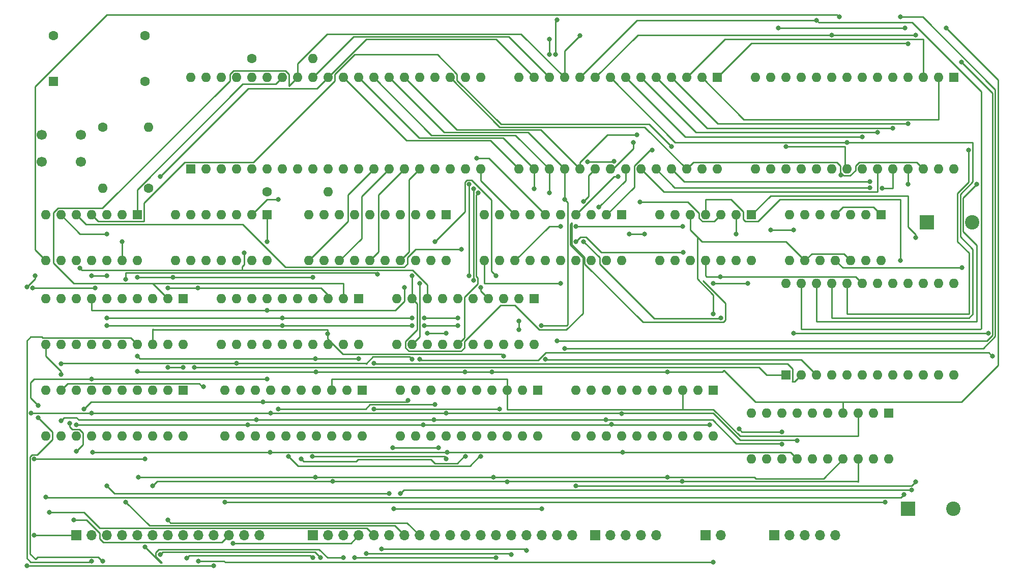
<source format=gbl>
%TF.GenerationSoftware,KiCad,Pcbnew,5.1.12-84ad8e8a86~92~ubuntu18.04.1*%
%TF.CreationDate,2022-01-22T16:21:03-05:00*%
%TF.ProjectId,kicad,6b696361-642e-46b6-9963-61645f706362,rev?*%
%TF.SameCoordinates,Original*%
%TF.FileFunction,Copper,L4,Bot*%
%TF.FilePolarity,Positive*%
%FSLAX46Y46*%
G04 Gerber Fmt 4.6, Leading zero omitted, Abs format (unit mm)*
G04 Created by KiCad (PCBNEW 5.1.12-84ad8e8a86~92~ubuntu18.04.1) date 2022-01-22 16:21:03*
%MOMM*%
%LPD*%
G01*
G04 APERTURE LIST*
%TA.AperFunction,ComponentPad*%
%ADD10O,1.600000X1.600000*%
%TD*%
%TA.AperFunction,ComponentPad*%
%ADD11R,1.600000X1.600000*%
%TD*%
%TA.AperFunction,ComponentPad*%
%ADD12C,1.600000*%
%TD*%
%TA.AperFunction,ComponentPad*%
%ADD13C,1.700000*%
%TD*%
%TA.AperFunction,ComponentPad*%
%ADD14O,1.700000X1.700000*%
%TD*%
%TA.AperFunction,ComponentPad*%
%ADD15R,1.700000X1.700000*%
%TD*%
%TA.AperFunction,ComponentPad*%
%ADD16C,2.400000*%
%TD*%
%TA.AperFunction,ComponentPad*%
%ADD17R,2.400000X2.400000*%
%TD*%
%TA.AperFunction,ViaPad*%
%ADD18C,0.800000*%
%TD*%
%TA.AperFunction,Conductor*%
%ADD19C,0.250000*%
%TD*%
G04 APERTURE END LIST*
D10*
%TO.P,U18,24*%
%TO.N,+5V*%
X223520000Y-99060000D03*
%TO.P,U18,12*%
%TO.N,GND*%
X251460000Y-114300000D03*
%TO.P,U18,23*%
%TO.N,Net-(U10-Pad10)*%
X226060000Y-99060000D03*
%TO.P,U18,11*%
%TO.N,Net-(U18-Pad11)*%
X248920000Y-114300000D03*
%TO.P,U18,22*%
%TO.N,Net-(U10-Pad9)*%
X228600000Y-99060000D03*
%TO.P,U18,10*%
%TO.N,Net-(U18-Pad10)*%
X246380000Y-114300000D03*
%TO.P,U18,21*%
%TO.N,Net-(U10-Pad8)*%
X231140000Y-99060000D03*
%TO.P,U18,9*%
%TO.N,Net-(U18-Pad9)*%
X243840000Y-114300000D03*
%TO.P,U18,20*%
%TO.N,Net-(U10-Pad7)*%
X233680000Y-99060000D03*
%TO.P,U18,8*%
%TO.N,Net-(U17-Pad4)*%
X241300000Y-114300000D03*
%TO.P,U18,19*%
%TO.N,Net-(U17-Pad11)*%
X236220000Y-99060000D03*
%TO.P,U18,7*%
%TO.N,Net-(U14-Pad2)*%
X238760000Y-114300000D03*
%TO.P,U18,18*%
%TO.N,GND*%
X238760000Y-99060000D03*
%TO.P,U18,6*%
%TO.N,Net-(U14-Pad5)*%
X236220000Y-114300000D03*
%TO.P,U18,17*%
%TO.N,Net-(U18-Pad17)*%
X241300000Y-99060000D03*
%TO.P,U18,5*%
%TO.N,Net-(U14-Pad10)*%
X233680000Y-114300000D03*
%TO.P,U18,16*%
%TO.N,Net-(U18-Pad16)*%
X243840000Y-99060000D03*
%TO.P,U18,4*%
%TO.N,Net-(U14-Pad13)*%
X231140000Y-114300000D03*
%TO.P,U18,15*%
%TO.N,Net-(U18-Pad15)*%
X246380000Y-99060000D03*
%TO.P,U18,3*%
%TO.N,Net-(U18-Pad3)*%
X228600000Y-114300000D03*
%TO.P,U18,14*%
%TO.N,Net-(U18-Pad14)*%
X248920000Y-99060000D03*
%TO.P,U18,2*%
%TO.N,Net-(U18-Pad2)*%
X226060000Y-114300000D03*
%TO.P,U18,13*%
%TO.N,Net-(U18-Pad13)*%
X251460000Y-99060000D03*
D11*
%TO.P,U18,1*%
%TO.N,Net-(U18-Pad1)*%
X223520000Y-114300000D03*
%TD*%
D10*
%TO.P,U17,14*%
%TO.N,+5V*%
X217805000Y-95250000D03*
%TO.P,U17,7*%
%TO.N,GND*%
X202565000Y-87630000D03*
%TO.P,U17,13*%
%TO.N,Net-(U16-Pad19)*%
X215265000Y-95250000D03*
%TO.P,U17,6*%
%TO.N,Net-(U15-Pad11)*%
X205105000Y-87630000D03*
%TO.P,U17,12*%
%TO.N,Net-(U11-Pad19)*%
X212725000Y-95250000D03*
%TO.P,U17,5*%
%TO.N,Net-(U14-Pad1)*%
X207645000Y-87630000D03*
%TO.P,U17,11*%
%TO.N,Net-(U17-Pad11)*%
X210185000Y-95250000D03*
%TO.P,U17,4*%
%TO.N,Net-(U17-Pad4)*%
X210185000Y-87630000D03*
%TO.P,U17,10*%
%TO.N,Net-(U17-Pad10)*%
X207645000Y-95250000D03*
%TO.P,U17,3*%
%TO.N,Net-(U10-Pad20)*%
X212725000Y-87630000D03*
%TO.P,U17,9*%
%TO.N,Net-(U17-Pad9)*%
X205105000Y-95250000D03*
%TO.P,U17,2*%
%TO.N,Net-(U17-Pad2)*%
X215265000Y-87630000D03*
%TO.P,U17,8*%
%TO.N,Net-(U17-Pad8)*%
X202565000Y-95250000D03*
D11*
%TO.P,U17,1*%
%TO.N,Net-(U11-Pad17)*%
X217805000Y-87630000D03*
%TD*%
D10*
%TO.P,U16,20*%
%TO.N,+5V*%
X167005000Y-95250000D03*
%TO.P,U16,10*%
%TO.N,GND*%
X144145000Y-87630000D03*
%TO.P,U16,19*%
%TO.N,Net-(U16-Pad19)*%
X164465000Y-95250000D03*
%TO.P,U16,9*%
%TO.N,GND*%
X146685000Y-87630000D03*
%TO.P,U16,18*%
%TO.N,+5V*%
X161925000Y-95250000D03*
%TO.P,U16,8*%
%TO.N,GND*%
X149225000Y-87630000D03*
%TO.P,U16,17*%
%TO.N,Net-(U10-Pad3)*%
X159385000Y-95250000D03*
%TO.P,U16,7*%
%TO.N,GND*%
X151765000Y-87630000D03*
%TO.P,U16,16*%
%TO.N,+5V*%
X156845000Y-95250000D03*
%TO.P,U16,6*%
%TO.N,GND*%
X154305000Y-87630000D03*
%TO.P,U16,15*%
%TO.N,Net-(U10-Pad4)*%
X154305000Y-95250000D03*
%TO.P,U16,5*%
%TO.N,GND*%
X156845000Y-87630000D03*
%TO.P,U16,14*%
%TO.N,+5V*%
X151765000Y-95250000D03*
%TO.P,U16,4*%
%TO.N,GND*%
X159385000Y-87630000D03*
%TO.P,U16,13*%
%TO.N,Net-(U10-Pad5)*%
X149225000Y-95250000D03*
%TO.P,U16,3*%
%TO.N,GND*%
X161925000Y-87630000D03*
%TO.P,U16,12*%
%TO.N,+5V*%
X146685000Y-95250000D03*
%TO.P,U16,2*%
%TO.N,GND*%
X164465000Y-87630000D03*
%TO.P,U16,11*%
%TO.N,Net-(U10-Pad6)*%
X144145000Y-95250000D03*
D11*
%TO.P,U16,1*%
%TO.N,Net-(U16-Pad1)*%
X167005000Y-87630000D03*
%TD*%
D10*
%TO.P,U15,20*%
%TO.N,+5V*%
X240665000Y-128270000D03*
%TO.P,U15,10*%
%TO.N,GND*%
X217805000Y-120650000D03*
%TO.P,U15,19*%
%TO.N,Net-(U15-Pad19)*%
X238125000Y-128270000D03*
%TO.P,U15,9*%
%TO.N,Net-(U15-Pad9)*%
X220345000Y-120650000D03*
%TO.P,U15,18*%
%TO.N,Net-(U1-Pad18)*%
X235585000Y-128270000D03*
%TO.P,U15,8*%
%TO.N,Net-(U1-Pad8)*%
X222885000Y-120650000D03*
%TO.P,U15,17*%
%TO.N,Net-(U1-Pad17)*%
X233045000Y-128270000D03*
%TO.P,U15,7*%
%TO.N,Net-(U1-Pad7)*%
X225425000Y-120650000D03*
%TO.P,U15,16*%
%TO.N,Net-(U15-Pad16)*%
X230505000Y-128270000D03*
%TO.P,U15,6*%
%TO.N,Net-(U15-Pad6)*%
X227965000Y-120650000D03*
%TO.P,U15,15*%
%TO.N,Net-(U15-Pad15)*%
X227965000Y-128270000D03*
%TO.P,U15,5*%
%TO.N,Net-(J5-Pad2)*%
X230505000Y-120650000D03*
%TO.P,U15,14*%
%TO.N,Net-(U1-Pad14)*%
X225425000Y-128270000D03*
%TO.P,U15,4*%
%TO.N,Net-(U1-Pad4)*%
X233045000Y-120650000D03*
%TO.P,U15,13*%
%TO.N,Net-(U1-Pad13)*%
X222885000Y-128270000D03*
%TO.P,U15,3*%
%TO.N,Net-(U1-Pad3)*%
X235585000Y-120650000D03*
%TO.P,U15,12*%
%TO.N,Net-(U15-Pad12)*%
X220345000Y-128270000D03*
%TO.P,U15,2*%
%TO.N,Net-(J5-Pad1)*%
X238125000Y-120650000D03*
%TO.P,U15,11*%
%TO.N,Net-(U15-Pad11)*%
X217805000Y-128270000D03*
D11*
%TO.P,U15,1*%
%TO.N,GND*%
X240665000Y-120650000D03*
%TD*%
D10*
%TO.P,U14,14*%
%TO.N,+5V*%
X239395000Y-95250000D03*
%TO.P,U14,7*%
%TO.N,GND*%
X224155000Y-87630000D03*
%TO.P,U14,13*%
%TO.N,Net-(U14-Pad13)*%
X236855000Y-95250000D03*
%TO.P,U14,6*%
%TO.N,Net-(U14-Pad6)*%
X226695000Y-87630000D03*
%TO.P,U14,12*%
%TO.N,Net-(U14-Pad1)*%
X234315000Y-95250000D03*
%TO.P,U14,5*%
%TO.N,Net-(U14-Pad5)*%
X229235000Y-87630000D03*
%TO.P,U14,11*%
%TO.N,Net-(U1-Pad11)*%
X231775000Y-95250000D03*
%TO.P,U14,4*%
%TO.N,Net-(U14-Pad1)*%
X231775000Y-87630000D03*
%TO.P,U14,10*%
%TO.N,Net-(U14-Pad10)*%
X229235000Y-95250000D03*
%TO.P,U14,3*%
%TO.N,Net-(U12-Pad11)*%
X234315000Y-87630000D03*
%TO.P,U14,9*%
%TO.N,Net-(U14-Pad1)*%
X226695000Y-95250000D03*
%TO.P,U14,2*%
%TO.N,Net-(U14-Pad2)*%
X236855000Y-87630000D03*
%TO.P,U14,8*%
%TO.N,Net-(U14-Pad8)*%
X224155000Y-95250000D03*
D11*
%TO.P,U14,1*%
%TO.N,Net-(U14-Pad1)*%
X239395000Y-87630000D03*
%TD*%
D10*
%TO.P,U13,28*%
%TO.N,+5V*%
X251460000Y-80010000D03*
%TO.P,U13,14*%
%TO.N,GND*%
X218440000Y-64770000D03*
%TO.P,U13,27*%
%TO.N,+5V*%
X248920000Y-80010000D03*
%TO.P,U13,13*%
%TO.N,Net-(U1-Pad7)*%
X220980000Y-64770000D03*
%TO.P,U13,26*%
%TO.N,Net-(U10-Pad26)*%
X246380000Y-80010000D03*
%TO.P,U13,12*%
%TO.N,Net-(U1-Pad4)*%
X223520000Y-64770000D03*
%TO.P,U13,25*%
%TO.N,Net-(U10-Pad25)*%
X243840000Y-80010000D03*
%TO.P,U13,11*%
%TO.N,Net-(U1-Pad3)*%
X226060000Y-64770000D03*
%TO.P,U13,24*%
%TO.N,Net-(U10-Pad24)*%
X241300000Y-80010000D03*
%TO.P,U13,10*%
%TO.N,Net-(U10-Pad10)*%
X228600000Y-64770000D03*
%TO.P,U13,23*%
%TO.N,Net-(U10-Pad23)*%
X238760000Y-80010000D03*
%TO.P,U13,9*%
%TO.N,Net-(U10-Pad9)*%
X231140000Y-64770000D03*
%TO.P,U13,22*%
%TO.N,GND*%
X236220000Y-80010000D03*
%TO.P,U13,8*%
%TO.N,Net-(U10-Pad8)*%
X233680000Y-64770000D03*
%TO.P,U13,21*%
%TO.N,Net-(U10-Pad21)*%
X233680000Y-80010000D03*
%TO.P,U13,7*%
%TO.N,Net-(U10-Pad7)*%
X236220000Y-64770000D03*
%TO.P,U13,20*%
%TO.N,Net-(U13-Pad20)*%
X231140000Y-80010000D03*
%TO.P,U13,6*%
%TO.N,Net-(U10-Pad6)*%
X238760000Y-64770000D03*
%TO.P,U13,19*%
%TO.N,Net-(U1-Pad18)*%
X228600000Y-80010000D03*
%TO.P,U13,5*%
%TO.N,Net-(U10-Pad5)*%
X241300000Y-64770000D03*
%TO.P,U13,18*%
%TO.N,Net-(U1-Pad17)*%
X226060000Y-80010000D03*
%TO.P,U13,4*%
%TO.N,Net-(U10-Pad4)*%
X243840000Y-64770000D03*
%TO.P,U13,17*%
%TO.N,Net-(U1-Pad14)*%
X223520000Y-80010000D03*
%TO.P,U13,3*%
%TO.N,Net-(U10-Pad3)*%
X246380000Y-64770000D03*
%TO.P,U13,16*%
%TO.N,Net-(U1-Pad13)*%
X220980000Y-80010000D03*
%TO.P,U13,2*%
%TO.N,Net-(U10-Pad2)*%
X248920000Y-64770000D03*
%TO.P,U13,15*%
%TO.N,Net-(U1-Pad8)*%
X218440000Y-80010000D03*
D11*
%TO.P,U13,1*%
%TO.N,Net-(U10-Pad1)*%
X251460000Y-64770000D03*
%TD*%
D10*
%TO.P,U12,20*%
%TO.N,+5V*%
X211455000Y-124460000D03*
%TO.P,U12,10*%
%TO.N,GND*%
X188595000Y-116840000D03*
%TO.P,U12,19*%
%TO.N,Net-(U12-Pad19)*%
X208915000Y-124460000D03*
%TO.P,U12,9*%
%TO.N,Net-(J4-Pad4)*%
X191135000Y-116840000D03*
%TO.P,U12,18*%
%TO.N,Net-(U1-Pad18)*%
X206375000Y-124460000D03*
%TO.P,U12,8*%
%TO.N,Net-(U1-Pad8)*%
X193675000Y-116840000D03*
%TO.P,U12,17*%
%TO.N,Net-(U1-Pad17)*%
X203835000Y-124460000D03*
%TO.P,U12,7*%
%TO.N,Net-(U1-Pad7)*%
X196215000Y-116840000D03*
%TO.P,U12,16*%
%TO.N,Net-(U12-Pad16)*%
X201295000Y-124460000D03*
%TO.P,U12,6*%
%TO.N,Net-(J4-Pad3)*%
X198755000Y-116840000D03*
%TO.P,U12,15*%
%TO.N,Net-(U12-Pad15)*%
X198755000Y-124460000D03*
%TO.P,U12,5*%
%TO.N,Net-(J4-Pad2)*%
X201295000Y-116840000D03*
%TO.P,U12,14*%
%TO.N,Net-(U1-Pad14)*%
X196215000Y-124460000D03*
%TO.P,U12,4*%
%TO.N,Net-(U1-Pad4)*%
X203835000Y-116840000D03*
%TO.P,U12,13*%
%TO.N,Net-(U1-Pad13)*%
X193675000Y-124460000D03*
%TO.P,U12,3*%
%TO.N,Net-(U1-Pad3)*%
X206375000Y-116840000D03*
%TO.P,U12,12*%
%TO.N,Net-(J4-Pad5)*%
X191135000Y-124460000D03*
%TO.P,U12,2*%
%TO.N,Net-(J4-Pad1)*%
X208915000Y-116840000D03*
%TO.P,U12,11*%
%TO.N,Net-(U12-Pad11)*%
X188595000Y-124460000D03*
D11*
%TO.P,U12,1*%
%TO.N,GND*%
X211455000Y-116840000D03*
%TD*%
D10*
%TO.P,U11,20*%
%TO.N,+5V*%
X196215000Y-95250000D03*
%TO.P,U11,10*%
%TO.N,GND*%
X173355000Y-87630000D03*
%TO.P,U11,19*%
%TO.N,Net-(U11-Pad19)*%
X193675000Y-95250000D03*
%TO.P,U11,9*%
%TO.N,+5V*%
X175895000Y-87630000D03*
%TO.P,U11,18*%
%TO.N,GND*%
X191135000Y-95250000D03*
%TO.P,U11,8*%
%TO.N,Net-(U10-Pad23)*%
X178435000Y-87630000D03*
%TO.P,U11,17*%
%TO.N,Net-(U11-Pad17)*%
X188595000Y-95250000D03*
%TO.P,U11,7*%
%TO.N,+5V*%
X180975000Y-87630000D03*
%TO.P,U11,16*%
X186055000Y-95250000D03*
%TO.P,U11,6*%
%TO.N,Net-(U10-Pad21)*%
X183515000Y-87630000D03*
%TO.P,U11,15*%
%TO.N,Net-(U10-Pad1)*%
X183515000Y-95250000D03*
%TO.P,U11,5*%
%TO.N,+5V*%
X186055000Y-87630000D03*
%TO.P,U11,14*%
X180975000Y-95250000D03*
%TO.P,U11,4*%
%TO.N,Net-(U10-Pad24)*%
X188595000Y-87630000D03*
%TO.P,U11,13*%
%TO.N,Net-(U10-Pad26)*%
X178435000Y-95250000D03*
%TO.P,U11,3*%
%TO.N,+5V*%
X191135000Y-87630000D03*
%TO.P,U11,12*%
X175895000Y-95250000D03*
%TO.P,U11,2*%
%TO.N,Net-(U10-Pad25)*%
X193675000Y-87630000D03*
%TO.P,U11,11*%
%TO.N,Net-(U10-Pad2)*%
X173355000Y-95250000D03*
D11*
%TO.P,U11,1*%
%TO.N,Net-(U11-Pad1)*%
X196215000Y-87630000D03*
%TD*%
D10*
%TO.P,U10,28*%
%TO.N,+5V*%
X212090000Y-80010000D03*
%TO.P,U10,14*%
%TO.N,GND*%
X179070000Y-64770000D03*
%TO.P,U10,27*%
%TO.N,Net-(U10-Pad27)*%
X209550000Y-80010000D03*
%TO.P,U10,13*%
%TO.N,Net-(U1-Pad7)*%
X181610000Y-64770000D03*
%TO.P,U10,26*%
%TO.N,Net-(U10-Pad26)*%
X207010000Y-80010000D03*
%TO.P,U10,12*%
%TO.N,Net-(U1-Pad4)*%
X184150000Y-64770000D03*
%TO.P,U10,25*%
%TO.N,Net-(U10-Pad25)*%
X204470000Y-80010000D03*
%TO.P,U10,11*%
%TO.N,Net-(U1-Pad3)*%
X186690000Y-64770000D03*
%TO.P,U10,24*%
%TO.N,Net-(U10-Pad24)*%
X201930000Y-80010000D03*
%TO.P,U10,10*%
%TO.N,Net-(U10-Pad10)*%
X189230000Y-64770000D03*
%TO.P,U10,23*%
%TO.N,Net-(U10-Pad23)*%
X199390000Y-80010000D03*
%TO.P,U10,9*%
%TO.N,Net-(U10-Pad9)*%
X191770000Y-64770000D03*
%TO.P,U10,22*%
%TO.N,Net-(U10-Pad22)*%
X196850000Y-80010000D03*
%TO.P,U10,8*%
%TO.N,Net-(U10-Pad8)*%
X194310000Y-64770000D03*
%TO.P,U10,21*%
%TO.N,Net-(U10-Pad21)*%
X194310000Y-80010000D03*
%TO.P,U10,7*%
%TO.N,Net-(U10-Pad7)*%
X196850000Y-64770000D03*
%TO.P,U10,20*%
%TO.N,Net-(U10-Pad20)*%
X191770000Y-80010000D03*
%TO.P,U10,6*%
%TO.N,Net-(U10-Pad6)*%
X199390000Y-64770000D03*
%TO.P,U10,19*%
%TO.N,Net-(U1-Pad18)*%
X189230000Y-80010000D03*
%TO.P,U10,5*%
%TO.N,Net-(U10-Pad5)*%
X201930000Y-64770000D03*
%TO.P,U10,18*%
%TO.N,Net-(U1-Pad17)*%
X186690000Y-80010000D03*
%TO.P,U10,4*%
%TO.N,Net-(U10-Pad4)*%
X204470000Y-64770000D03*
%TO.P,U10,17*%
%TO.N,Net-(U1-Pad14)*%
X184150000Y-80010000D03*
%TO.P,U10,3*%
%TO.N,Net-(U10-Pad3)*%
X207010000Y-64770000D03*
%TO.P,U10,16*%
%TO.N,Net-(U1-Pad13)*%
X181610000Y-80010000D03*
%TO.P,U10,2*%
%TO.N,Net-(U10-Pad2)*%
X209550000Y-64770000D03*
%TO.P,U10,15*%
%TO.N,Net-(U1-Pad8)*%
X179070000Y-80010000D03*
D11*
%TO.P,U10,1*%
%TO.N,Net-(U10-Pad1)*%
X212090000Y-64770000D03*
%TD*%
D10*
%TO.P,U9,20*%
%TO.N,+5V*%
X181610000Y-109220000D03*
%TO.P,U9,10*%
%TO.N,GND*%
X158750000Y-101600000D03*
%TO.P,U9,19*%
%TO.N,Net-(U1-Pad18)*%
X179070000Y-109220000D03*
%TO.P,U9,9*%
%TO.N,Net-(U1-Pad8)*%
X161290000Y-101600000D03*
%TO.P,U9,18*%
%TO.N,Net-(J1-Pad1)*%
X176530000Y-109220000D03*
%TO.P,U9,8*%
%TO.N,Net-(J1-Pad5)*%
X163830000Y-101600000D03*
%TO.P,U9,17*%
%TO.N,Net-(J1-Pad2)*%
X173990000Y-109220000D03*
%TO.P,U9,7*%
%TO.N,Net-(J1-Pad6)*%
X166370000Y-101600000D03*
%TO.P,U9,16*%
%TO.N,Net-(U1-Pad17)*%
X171450000Y-109220000D03*
%TO.P,U9,6*%
%TO.N,Net-(U1-Pad7)*%
X168910000Y-101600000D03*
%TO.P,U9,15*%
%TO.N,Net-(U1-Pad14)*%
X168910000Y-109220000D03*
%TO.P,U9,5*%
%TO.N,Net-(U1-Pad4)*%
X171450000Y-101600000D03*
%TO.P,U9,14*%
%TO.N,Net-(J1-Pad3)*%
X166370000Y-109220000D03*
%TO.P,U9,4*%
%TO.N,Net-(J1-Pad7)*%
X173990000Y-101600000D03*
%TO.P,U9,13*%
%TO.N,Net-(J1-Pad4)*%
X163830000Y-109220000D03*
%TO.P,U9,3*%
%TO.N,Net-(J1-Pad8)*%
X176530000Y-101600000D03*
%TO.P,U9,12*%
%TO.N,Net-(U1-Pad13)*%
X161290000Y-109220000D03*
%TO.P,U9,2*%
%TO.N,Net-(U1-Pad3)*%
X179070000Y-101600000D03*
%TO.P,U9,11*%
%TO.N,Net-(J1-Pad9)*%
X158750000Y-109220000D03*
D11*
%TO.P,U9,1*%
%TO.N,Net-(U18-Pad3)*%
X181610000Y-101600000D03*
%TD*%
D10*
%TO.P,U8,20*%
%TO.N,+5V*%
X182245000Y-124460000D03*
%TO.P,U8,10*%
%TO.N,GND*%
X159385000Y-116840000D03*
%TO.P,U8,19*%
%TO.N,Net-(U8-Pad19)*%
X179705000Y-124460000D03*
%TO.P,U8,9*%
%TO.N,Net-(U8-Pad9)*%
X161925000Y-116840000D03*
%TO.P,U8,18*%
%TO.N,Net-(U1-Pad18)*%
X177165000Y-124460000D03*
%TO.P,U8,8*%
%TO.N,Net-(U1-Pad8)*%
X164465000Y-116840000D03*
%TO.P,U8,17*%
%TO.N,Net-(U1-Pad17)*%
X174625000Y-124460000D03*
%TO.P,U8,7*%
%TO.N,Net-(U1-Pad7)*%
X167005000Y-116840000D03*
%TO.P,U8,16*%
%TO.N,Net-(U8-Pad16)*%
X172085000Y-124460000D03*
%TO.P,U8,6*%
%TO.N,Net-(U8-Pad6)*%
X169545000Y-116840000D03*
%TO.P,U8,15*%
%TO.N,Net-(U8-Pad15)*%
X169545000Y-124460000D03*
%TO.P,U8,5*%
%TO.N,Net-(J3-Pad18)*%
X172085000Y-116840000D03*
%TO.P,U8,14*%
%TO.N,Net-(U1-Pad14)*%
X167005000Y-124460000D03*
%TO.P,U8,4*%
%TO.N,Net-(U1-Pad4)*%
X174625000Y-116840000D03*
%TO.P,U8,13*%
%TO.N,Net-(U1-Pad13)*%
X164465000Y-124460000D03*
%TO.P,U8,3*%
%TO.N,Net-(U1-Pad3)*%
X177165000Y-116840000D03*
%TO.P,U8,12*%
%TO.N,Net-(U8-Pad12)*%
X161925000Y-124460000D03*
%TO.P,U8,2*%
%TO.N,Net-(J3-Pad17)*%
X179705000Y-116840000D03*
%TO.P,U8,11*%
%TO.N,Net-(U14-Pad6)*%
X159385000Y-124460000D03*
D11*
%TO.P,U8,1*%
%TO.N,GND*%
X182245000Y-116840000D03*
%TD*%
D10*
%TO.P,U7,14*%
%TO.N,+5V*%
X137160000Y-95250000D03*
%TO.P,U7,7*%
%TO.N,GND*%
X121920000Y-87630000D03*
%TO.P,U7,13*%
%TO.N,Net-(U7-Pad13)*%
X134620000Y-95250000D03*
%TO.P,U7,6*%
%TO.N,Net-(U7-Pad6)*%
X124460000Y-87630000D03*
%TO.P,U7,12*%
%TO.N,Net-(U7-Pad12)*%
X132080000Y-95250000D03*
%TO.P,U7,5*%
%TO.N,Net-(U7-Pad5)*%
X127000000Y-87630000D03*
%TO.P,U7,11*%
%TO.N,Net-(U7-Pad11)*%
X129540000Y-95250000D03*
%TO.P,U7,4*%
%TO.N,Net-(U7-Pad4)*%
X129540000Y-87630000D03*
%TO.P,U7,10*%
%TO.N,Net-(U7-Pad10)*%
X127000000Y-95250000D03*
%TO.P,U7,3*%
%TO.N,Net-(U3-Pad3)*%
X132080000Y-87630000D03*
%TO.P,U7,9*%
%TO.N,Net-(U7-Pad9)*%
X124460000Y-95250000D03*
%TO.P,U7,2*%
%TO.N,Net-(U10-Pad22)*%
X134620000Y-87630000D03*
%TO.P,U7,8*%
%TO.N,Net-(U7-Pad8)*%
X121920000Y-95250000D03*
D11*
%TO.P,U7,1*%
%TO.N,Net-(U3-Pad13)*%
X137160000Y-87630000D03*
%TD*%
D10*
%TO.P,U6,20*%
%TO.N,+5V*%
X152400000Y-109220000D03*
%TO.P,U6,10*%
%TO.N,GND*%
X129540000Y-101600000D03*
%TO.P,U6,19*%
%TO.N,Net-(U1-Pad18)*%
X149860000Y-109220000D03*
%TO.P,U6,9*%
%TO.N,Net-(U1-Pad8)*%
X132080000Y-101600000D03*
%TO.P,U6,18*%
%TO.N,Net-(J1-Pad1)*%
X147320000Y-109220000D03*
%TO.P,U6,8*%
%TO.N,Net-(J1-Pad5)*%
X134620000Y-101600000D03*
%TO.P,U6,17*%
%TO.N,Net-(J1-Pad2)*%
X144780000Y-109220000D03*
%TO.P,U6,7*%
%TO.N,Net-(J1-Pad6)*%
X137160000Y-101600000D03*
%TO.P,U6,16*%
%TO.N,Net-(U1-Pad17)*%
X142240000Y-109220000D03*
%TO.P,U6,6*%
%TO.N,Net-(U1-Pad7)*%
X139700000Y-101600000D03*
%TO.P,U6,15*%
%TO.N,Net-(U1-Pad14)*%
X139700000Y-109220000D03*
%TO.P,U6,5*%
%TO.N,Net-(U1-Pad4)*%
X142240000Y-101600000D03*
%TO.P,U6,14*%
%TO.N,Net-(J1-Pad3)*%
X137160000Y-109220000D03*
%TO.P,U6,4*%
%TO.N,Net-(J1-Pad7)*%
X144780000Y-101600000D03*
%TO.P,U6,13*%
%TO.N,Net-(J1-Pad4)*%
X134620000Y-109220000D03*
%TO.P,U6,3*%
%TO.N,Net-(J1-Pad8)*%
X147320000Y-101600000D03*
%TO.P,U6,12*%
%TO.N,Net-(U1-Pad13)*%
X132080000Y-109220000D03*
%TO.P,U6,2*%
%TO.N,Net-(U1-Pad3)*%
X149860000Y-101600000D03*
%TO.P,U6,11*%
%TO.N,Net-(J1-Pad10)*%
X129540000Y-109220000D03*
D11*
%TO.P,U6,1*%
%TO.N,Net-(U18-Pad2)*%
X152400000Y-101600000D03*
%TD*%
D10*
%TO.P,U5,20*%
%TO.N,+5V*%
X153035000Y-124460000D03*
%TO.P,U5,10*%
%TO.N,GND*%
X130175000Y-116840000D03*
%TO.P,U5,19*%
%TO.N,Net-(J3-Pad16)*%
X150495000Y-124460000D03*
%TO.P,U5,9*%
%TO.N,Net-(J3-Pad12)*%
X132715000Y-116840000D03*
%TO.P,U5,18*%
%TO.N,Net-(U1-Pad18)*%
X147955000Y-124460000D03*
%TO.P,U5,8*%
%TO.N,Net-(U1-Pad8)*%
X135255000Y-116840000D03*
%TO.P,U5,17*%
%TO.N,Net-(U1-Pad17)*%
X145415000Y-124460000D03*
%TO.P,U5,7*%
%TO.N,Net-(U1-Pad7)*%
X137795000Y-116840000D03*
%TO.P,U5,16*%
%TO.N,Net-(J3-Pad15)*%
X142875000Y-124460000D03*
%TO.P,U5,6*%
%TO.N,Net-(J3-Pad11)*%
X140335000Y-116840000D03*
%TO.P,U5,15*%
%TO.N,Net-(J3-Pad14)*%
X140335000Y-124460000D03*
%TO.P,U5,5*%
%TO.N,Net-(J3-Pad10)*%
X142875000Y-116840000D03*
%TO.P,U5,14*%
%TO.N,Net-(U1-Pad14)*%
X137795000Y-124460000D03*
%TO.P,U5,4*%
%TO.N,Net-(U1-Pad4)*%
X145415000Y-116840000D03*
%TO.P,U5,13*%
%TO.N,Net-(U1-Pad13)*%
X135255000Y-124460000D03*
%TO.P,U5,3*%
%TO.N,Net-(U1-Pad3)*%
X147955000Y-116840000D03*
%TO.P,U5,12*%
%TO.N,Net-(J3-Pad13)*%
X132715000Y-124460000D03*
%TO.P,U5,2*%
%TO.N,Net-(J3-Pad9)*%
X150495000Y-116840000D03*
%TO.P,U5,11*%
%TO.N,Net-(U14-Pad8)*%
X130175000Y-124460000D03*
D11*
%TO.P,U5,1*%
%TO.N,GND*%
X153035000Y-116840000D03*
%TD*%
D10*
%TO.P,U4,40*%
%TO.N,Net-(R2-Pad2)*%
X124460000Y-64770000D03*
%TO.P,U4,20*%
%TO.N,Net-(U10-Pad23)*%
X172720000Y-80010000D03*
%TO.P,U4,39*%
%TO.N,Net-(U3-Pad13)*%
X127000000Y-64770000D03*
%TO.P,U4,19*%
%TO.N,Net-(U10-Pad21)*%
X170180000Y-80010000D03*
%TO.P,U4,38*%
%TO.N,+5V*%
X129540000Y-64770000D03*
%TO.P,U4,18*%
%TO.N,Net-(U10-Pad24)*%
X167640000Y-80010000D03*
%TO.P,U4,37*%
%TO.N,Net-(U4-Pad37)*%
X132080000Y-64770000D03*
%TO.P,U4,17*%
%TO.N,Net-(U10-Pad25)*%
X165100000Y-80010000D03*
%TO.P,U4,36*%
%TO.N,Net-(R4-Pad1)*%
X134620000Y-64770000D03*
%TO.P,U4,16*%
%TO.N,Net-(U10-Pad3)*%
X162560000Y-80010000D03*
%TO.P,U4,35*%
%TO.N,Net-(U4-Pad35)*%
X137160000Y-64770000D03*
%TO.P,U4,15*%
%TO.N,Net-(U10-Pad4)*%
X160020000Y-80010000D03*
%TO.P,U4,34*%
%TO.N,Net-(U3-Pad1)*%
X139700000Y-64770000D03*
%TO.P,U4,14*%
%TO.N,Net-(U10-Pad5)*%
X157480000Y-80010000D03*
%TO.P,U4,33*%
%TO.N,Net-(U1-Pad3)*%
X142240000Y-64770000D03*
%TO.P,U4,13*%
%TO.N,Net-(U10-Pad6)*%
X154940000Y-80010000D03*
%TO.P,U4,32*%
%TO.N,Net-(U1-Pad4)*%
X144780000Y-64770000D03*
%TO.P,U4,12*%
%TO.N,Net-(U10-Pad7)*%
X152400000Y-80010000D03*
%TO.P,U4,31*%
%TO.N,Net-(U1-Pad7)*%
X147320000Y-64770000D03*
%TO.P,U4,11*%
%TO.N,Net-(U10-Pad8)*%
X149860000Y-80010000D03*
%TO.P,U4,30*%
%TO.N,Net-(U1-Pad8)*%
X149860000Y-64770000D03*
%TO.P,U4,10*%
%TO.N,Net-(U10-Pad9)*%
X147320000Y-80010000D03*
%TO.P,U4,29*%
%TO.N,Net-(U1-Pad13)*%
X152400000Y-64770000D03*
%TO.P,U4,9*%
%TO.N,Net-(U10-Pad10)*%
X144780000Y-80010000D03*
%TO.P,U4,28*%
%TO.N,Net-(U1-Pad14)*%
X154940000Y-64770000D03*
%TO.P,U4,8*%
%TO.N,+5V*%
X142240000Y-80010000D03*
%TO.P,U4,27*%
%TO.N,Net-(U1-Pad17)*%
X157480000Y-64770000D03*
%TO.P,U4,7*%
%TO.N,Net-(U4-Pad7)*%
X139700000Y-80010000D03*
%TO.P,U4,26*%
%TO.N,Net-(U1-Pad18)*%
X160020000Y-64770000D03*
%TO.P,U4,6*%
%TO.N,Net-(R3-Pad1)*%
X137160000Y-80010000D03*
%TO.P,U4,25*%
%TO.N,Net-(U11-Pad17)*%
X162560000Y-64770000D03*
%TO.P,U4,5*%
%TO.N,Net-(U4-Pad5)*%
X134620000Y-80010000D03*
%TO.P,U4,24*%
%TO.N,Net-(U10-Pad1)*%
X165100000Y-64770000D03*
%TO.P,U4,4*%
%TO.N,Net-(J1-Pad12)*%
X132080000Y-80010000D03*
%TO.P,U4,23*%
%TO.N,Net-(U10-Pad26)*%
X167640000Y-64770000D03*
%TO.P,U4,3*%
%TO.N,Net-(U4-Pad3)*%
X129540000Y-80010000D03*
%TO.P,U4,22*%
%TO.N,Net-(U10-Pad2)*%
X170180000Y-64770000D03*
%TO.P,U4,2*%
%TO.N,Net-(R1-Pad1)*%
X127000000Y-80010000D03*
%TO.P,U4,21*%
%TO.N,GND*%
X172720000Y-64770000D03*
D11*
%TO.P,U4,1*%
%TO.N,Net-(U4-Pad1)*%
X124460000Y-80010000D03*
%TD*%
D10*
%TO.P,U3,14*%
%TO.N,+5V*%
X115570000Y-95250000D03*
%TO.P,U3,7*%
%TO.N,GND*%
X100330000Y-87630000D03*
%TO.P,U3,13*%
%TO.N,Net-(U3-Pad13)*%
X113030000Y-95250000D03*
%TO.P,U3,6*%
%TO.N,Net-(U17-Pad2)*%
X102870000Y-87630000D03*
%TO.P,U3,12*%
%TO.N,Net-(U14-Pad1)*%
X110490000Y-95250000D03*
%TO.P,U3,5*%
%TO.N,Net-(U17-Pad11)*%
X105410000Y-87630000D03*
%TO.P,U3,11*%
%TO.N,Net-(U3-Pad11)*%
X107950000Y-95250000D03*
%TO.P,U3,4*%
%TO.N,Net-(U10-Pad27)*%
X107950000Y-87630000D03*
%TO.P,U3,10*%
%TO.N,Net-(U3-Pad10)*%
X105410000Y-95250000D03*
%TO.P,U3,3*%
%TO.N,Net-(U3-Pad3)*%
X110490000Y-87630000D03*
%TO.P,U3,9*%
%TO.N,Net-(U11-Pad17)*%
X102870000Y-95250000D03*
%TO.P,U3,2*%
%TO.N,Net-(U10-Pad22)*%
X113030000Y-87630000D03*
%TO.P,U3,8*%
%TO.N,Net-(U13-Pad20)*%
X100330000Y-95250000D03*
D11*
%TO.P,U3,1*%
%TO.N,Net-(U3-Pad1)*%
X115570000Y-87630000D03*
%TD*%
D10*
%TO.P,U2,20*%
%TO.N,+5V*%
X123190000Y-109220000D03*
%TO.P,U2,10*%
%TO.N,GND*%
X100330000Y-101600000D03*
%TO.P,U2,19*%
%TO.N,Net-(U1-Pad18)*%
X120650000Y-109220000D03*
%TO.P,U2,9*%
%TO.N,Net-(U1-Pad8)*%
X102870000Y-101600000D03*
%TO.P,U2,18*%
%TO.N,Net-(J1-Pad1)*%
X118110000Y-109220000D03*
%TO.P,U2,8*%
%TO.N,Net-(J1-Pad5)*%
X105410000Y-101600000D03*
%TO.P,U2,17*%
%TO.N,Net-(J1-Pad2)*%
X115570000Y-109220000D03*
%TO.P,U2,7*%
%TO.N,Net-(J1-Pad6)*%
X107950000Y-101600000D03*
%TO.P,U2,16*%
%TO.N,Net-(U1-Pad17)*%
X113030000Y-109220000D03*
%TO.P,U2,6*%
%TO.N,Net-(U1-Pad7)*%
X110490000Y-101600000D03*
%TO.P,U2,15*%
%TO.N,Net-(U1-Pad14)*%
X110490000Y-109220000D03*
%TO.P,U2,5*%
%TO.N,Net-(U1-Pad4)*%
X113030000Y-101600000D03*
%TO.P,U2,14*%
%TO.N,Net-(J1-Pad3)*%
X107950000Y-109220000D03*
%TO.P,U2,4*%
%TO.N,Net-(J1-Pad7)*%
X115570000Y-101600000D03*
%TO.P,U2,13*%
%TO.N,Net-(J1-Pad4)*%
X105410000Y-109220000D03*
%TO.P,U2,3*%
%TO.N,Net-(J1-Pad8)*%
X118110000Y-101600000D03*
%TO.P,U2,12*%
%TO.N,Net-(U1-Pad13)*%
X102870000Y-109220000D03*
%TO.P,U2,2*%
%TO.N,Net-(U1-Pad3)*%
X120650000Y-101600000D03*
%TO.P,U2,11*%
%TO.N,Net-(J1-Pad11)*%
X100330000Y-109220000D03*
D11*
%TO.P,U2,1*%
%TO.N,Net-(U18-Pad1)*%
X123190000Y-101600000D03*
%TD*%
D10*
%TO.P,U1,20*%
%TO.N,+5V*%
X123190000Y-124460000D03*
%TO.P,U1,10*%
%TO.N,GND*%
X100330000Y-116840000D03*
%TO.P,U1,19*%
%TO.N,Net-(J3-Pad8)*%
X120650000Y-124460000D03*
%TO.P,U1,9*%
%TO.N,Net-(J3-Pad4)*%
X102870000Y-116840000D03*
%TO.P,U1,18*%
%TO.N,Net-(U1-Pad18)*%
X118110000Y-124460000D03*
%TO.P,U1,8*%
%TO.N,Net-(U1-Pad8)*%
X105410000Y-116840000D03*
%TO.P,U1,17*%
%TO.N,Net-(U1-Pad17)*%
X115570000Y-124460000D03*
%TO.P,U1,7*%
%TO.N,Net-(U1-Pad7)*%
X107950000Y-116840000D03*
%TO.P,U1,16*%
%TO.N,Net-(J3-Pad7)*%
X113030000Y-124460000D03*
%TO.P,U1,6*%
%TO.N,Net-(J3-Pad3)*%
X110490000Y-116840000D03*
%TO.P,U1,15*%
%TO.N,Net-(J3-Pad6)*%
X110490000Y-124460000D03*
%TO.P,U1,5*%
%TO.N,Net-(J3-Pad2)*%
X113030000Y-116840000D03*
%TO.P,U1,14*%
%TO.N,Net-(U1-Pad14)*%
X107950000Y-124460000D03*
%TO.P,U1,4*%
%TO.N,Net-(U1-Pad4)*%
X115570000Y-116840000D03*
%TO.P,U1,13*%
%TO.N,Net-(U1-Pad13)*%
X105410000Y-124460000D03*
%TO.P,U1,3*%
%TO.N,Net-(U1-Pad3)*%
X118110000Y-116840000D03*
%TO.P,U1,12*%
%TO.N,Net-(J3-Pad5)*%
X102870000Y-124460000D03*
%TO.P,U1,2*%
%TO.N,Net-(J3-Pad1)*%
X120650000Y-116840000D03*
%TO.P,U1,11*%
%TO.N,Net-(U1-Pad11)*%
X100330000Y-124460000D03*
D11*
%TO.P,U1,1*%
%TO.N,GND*%
X123190000Y-116840000D03*
%TD*%
D12*
%TO.P,X1,7*%
%TO.N,GND*%
X116840000Y-65405000D03*
%TO.P,X1,8*%
%TO.N,Net-(U4-Pad37)*%
X116840000Y-57785000D03*
%TO.P,X1,14*%
%TO.N,+5V*%
X101600000Y-57785000D03*
D11*
%TO.P,X1,1*%
%TO.N,Net-(X1-Pad1)*%
X101600000Y-65405000D03*
%TD*%
D13*
%TO.P,SW1,1*%
%TO.N,Net-(SW1-Pad1)*%
X99695000Y-74295000D03*
%TO.P,SW1,2*%
%TO.N,GND*%
X106195000Y-74295000D03*
%TO.P,SW1,3*%
%TO.N,Net-(SW1-Pad3)*%
X99695000Y-78795000D03*
%TO.P,SW1,4*%
%TO.N,Net-(R2-Pad2)*%
X106195000Y-78795000D03*
%TD*%
D10*
%TO.P,R4,2*%
%TO.N,+5V*%
X144780000Y-61595000D03*
D12*
%TO.P,R4,1*%
%TO.N,Net-(R4-Pad1)*%
X134620000Y-61595000D03*
%TD*%
D10*
%TO.P,R3,2*%
%TO.N,+5V*%
X147320000Y-83820000D03*
D12*
%TO.P,R3,1*%
%TO.N,Net-(R3-Pad1)*%
X137160000Y-83820000D03*
%TD*%
D10*
%TO.P,R2,2*%
%TO.N,Net-(R2-Pad2)*%
X109855000Y-83185000D03*
D12*
%TO.P,R2,1*%
%TO.N,+5V*%
X109855000Y-73025000D03*
%TD*%
D10*
%TO.P,R1,2*%
%TO.N,+5V*%
X117475000Y-73025000D03*
D12*
%TO.P,R1,1*%
%TO.N,Net-(R1-Pad1)*%
X117475000Y-83185000D03*
%TD*%
D14*
%TO.P,J5,2*%
%TO.N,Net-(J5-Pad2)*%
X212725000Y-140970000D03*
D15*
%TO.P,J5,1*%
%TO.N,Net-(J5-Pad1)*%
X210185000Y-140970000D03*
%TD*%
D14*
%TO.P,J4,5*%
%TO.N,Net-(J4-Pad5)*%
X201930000Y-140970000D03*
%TO.P,J4,4*%
%TO.N,Net-(J4-Pad4)*%
X199390000Y-140970000D03*
%TO.P,J4,3*%
%TO.N,Net-(J4-Pad3)*%
X196850000Y-140970000D03*
%TO.P,J4,2*%
%TO.N,Net-(J4-Pad2)*%
X194310000Y-140970000D03*
D15*
%TO.P,J4,1*%
%TO.N,Net-(J4-Pad1)*%
X191770000Y-140970000D03*
%TD*%
D14*
%TO.P,J3,18*%
%TO.N,Net-(J3-Pad18)*%
X187960000Y-140970000D03*
%TO.P,J3,17*%
%TO.N,Net-(J3-Pad17)*%
X185420000Y-140970000D03*
%TO.P,J3,16*%
%TO.N,Net-(J3-Pad16)*%
X182880000Y-140970000D03*
%TO.P,J3,15*%
%TO.N,Net-(J3-Pad15)*%
X180340000Y-140970000D03*
%TO.P,J3,14*%
%TO.N,Net-(J3-Pad14)*%
X177800000Y-140970000D03*
%TO.P,J3,13*%
%TO.N,Net-(J3-Pad13)*%
X175260000Y-140970000D03*
%TO.P,J3,12*%
%TO.N,Net-(J3-Pad12)*%
X172720000Y-140970000D03*
%TO.P,J3,11*%
%TO.N,Net-(J3-Pad11)*%
X170180000Y-140970000D03*
%TO.P,J3,10*%
%TO.N,Net-(J3-Pad10)*%
X167640000Y-140970000D03*
%TO.P,J3,9*%
%TO.N,Net-(J3-Pad9)*%
X165100000Y-140970000D03*
%TO.P,J3,8*%
%TO.N,Net-(J3-Pad8)*%
X162560000Y-140970000D03*
%TO.P,J3,7*%
%TO.N,Net-(J3-Pad7)*%
X160020000Y-140970000D03*
%TO.P,J3,6*%
%TO.N,Net-(J3-Pad6)*%
X157480000Y-140970000D03*
%TO.P,J3,5*%
%TO.N,Net-(J3-Pad5)*%
X154940000Y-140970000D03*
%TO.P,J3,4*%
%TO.N,Net-(J3-Pad4)*%
X152400000Y-140970000D03*
%TO.P,J3,3*%
%TO.N,Net-(J3-Pad3)*%
X149860000Y-140970000D03*
%TO.P,J3,2*%
%TO.N,Net-(J3-Pad2)*%
X147320000Y-140970000D03*
D15*
%TO.P,J3,1*%
%TO.N,Net-(J3-Pad1)*%
X144780000Y-140970000D03*
%TD*%
D14*
%TO.P,J2,5*%
%TO.N,GND*%
X231775000Y-140970000D03*
%TO.P,J2,4*%
X229235000Y-140970000D03*
%TO.P,J2,3*%
X226695000Y-140970000D03*
%TO.P,J2,2*%
%TO.N,+5V*%
X224155000Y-140970000D03*
D15*
%TO.P,J2,1*%
X221615000Y-140970000D03*
%TD*%
D14*
%TO.P,J1,13*%
%TO.N,GND*%
X135890000Y-140970000D03*
%TO.P,J1,12*%
%TO.N,Net-(J1-Pad12)*%
X133350000Y-140970000D03*
%TO.P,J1,11*%
%TO.N,Net-(J1-Pad11)*%
X130810000Y-140970000D03*
%TO.P,J1,10*%
%TO.N,Net-(J1-Pad10)*%
X128270000Y-140970000D03*
%TO.P,J1,9*%
%TO.N,Net-(J1-Pad9)*%
X125730000Y-140970000D03*
%TO.P,J1,8*%
%TO.N,Net-(J1-Pad8)*%
X123190000Y-140970000D03*
%TO.P,J1,7*%
%TO.N,Net-(J1-Pad7)*%
X120650000Y-140970000D03*
%TO.P,J1,6*%
%TO.N,Net-(J1-Pad6)*%
X118110000Y-140970000D03*
%TO.P,J1,5*%
%TO.N,Net-(J1-Pad5)*%
X115570000Y-140970000D03*
%TO.P,J1,4*%
%TO.N,Net-(J1-Pad4)*%
X113030000Y-140970000D03*
%TO.P,J1,3*%
%TO.N,Net-(J1-Pad3)*%
X110490000Y-140970000D03*
%TO.P,J1,2*%
%TO.N,Net-(J1-Pad2)*%
X107950000Y-140970000D03*
D15*
%TO.P,J1,1*%
%TO.N,Net-(J1-Pad1)*%
X105410000Y-140970000D03*
%TD*%
D16*
%TO.P,C5,2*%
%TO.N,GND*%
X251340000Y-136525000D03*
D17*
%TO.P,C5,1*%
%TO.N,+5V*%
X243840000Y-136525000D03*
%TD*%
D16*
%TO.P,C1,2*%
%TO.N,GND*%
X254515000Y-88900000D03*
D17*
%TO.P,C1,1*%
%TO.N,+5V*%
X247015000Y-88900000D03*
%TD*%
D18*
%TO.N,Net-(J1-Pad12)*%
X98515000Y-97790000D03*
X97170000Y-99606006D03*
X97170000Y-146035000D03*
X128270000Y-146035000D03*
%TO.N,Net-(J1-Pad11)*%
X102870000Y-114210000D03*
X104335153Y-122359847D03*
X105410000Y-127000000D03*
X104959999Y-138430000D03*
%TO.N,Net-(J1-Pad9)*%
X162560000Y-111670000D03*
X257913436Y-111125000D03*
X211455000Y-145415000D03*
X125730000Y-145310000D03*
%TO.N,Net-(J1-Pad8)*%
X120650000Y-99785000D03*
X163830000Y-107315000D03*
X167005000Y-107315000D03*
X125640000Y-99785000D03*
%TO.N,Net-(J1-Pad7)*%
X115570000Y-98000021D03*
X144780000Y-98000021D03*
X165100000Y-92075000D03*
X175260000Y-97790000D03*
X172720000Y-99695000D03*
X121495021Y-98000021D03*
%TO.N,Net-(J1-Pad6)*%
X160020000Y-99695000D03*
X137160000Y-103505000D03*
X110490000Y-97790000D03*
X107950000Y-97790000D03*
%TO.N,Net-(J1-Pad5)*%
X106045000Y-96520000D03*
X133350000Y-93980000D03*
%TO.N,Net-(J1-Pad4)*%
X106680000Y-119925000D03*
X160655000Y-118475000D03*
X136525000Y-118745000D03*
%TO.N,Net-(J1-Pad3)*%
X107950000Y-114935000D03*
X137160000Y-114935000D03*
X139065000Y-119925000D03*
X165100000Y-119200000D03*
X99060000Y-119380000D03*
X99060000Y-121375000D03*
X109855000Y-145310000D03*
%TO.N,Net-(J1-Pad2)*%
X115570000Y-111125000D03*
X152400000Y-111579999D03*
X154940000Y-119925000D03*
X175895000Y-119925000D03*
X145234999Y-111579999D03*
X107950000Y-145310000D03*
%TO.N,Net-(J1-Pad1)*%
X176530000Y-111125000D03*
X147229999Y-107405001D03*
X116840000Y-128270000D03*
X98425000Y-128270000D03*
X98425000Y-140970000D03*
%TO.N,Net-(J3-Pad16)*%
X158205000Y-136525000D03*
X182880000Y-136525000D03*
%TO.N,Net-(J3-Pad15)*%
X156210000Y-143240000D03*
X180340000Y-143510000D03*
%TO.N,Net-(J3-Pad14)*%
X153670000Y-143965000D03*
X177800000Y-144145000D03*
%TO.N,Net-(J3-Pad13)*%
X151765000Y-144690000D03*
X175260000Y-144690000D03*
%TO.N,Net-(J3-Pad12)*%
X140735000Y-127870000D03*
X172720000Y-127869999D03*
%TO.N,Net-(J3-Pad11)*%
X142875000Y-128270000D03*
X170180000Y-127869999D03*
%TO.N,Net-(J3-Pad10)*%
X144690000Y-127869999D03*
X167005000Y-128270000D03*
%TO.N,Net-(J3-Pad9)*%
X158115000Y-126365000D03*
X165735000Y-126365000D03*
%TO.N,Net-(J3-Pad8)*%
X120650000Y-138430000D03*
%TO.N,Net-(J3-Pad7)*%
X113665000Y-135435001D03*
%TO.N,Net-(J3-Pad6)*%
X110490000Y-132715000D03*
X157480000Y-133985000D03*
%TO.N,Net-(J3-Pad5)*%
X100965000Y-137160000D03*
%TO.N,Net-(J3-Pad4)*%
X126545001Y-116205000D03*
X131458460Y-142266921D03*
%TO.N,Net-(J3-Pad3)*%
X116840000Y-142875000D03*
X149860000Y-144690000D03*
%TO.N,Net-(J3-Pad2)*%
X119380000Y-144145000D03*
X146050000Y-144690000D03*
%TO.N,Net-(J3-Pad1)*%
X120650000Y-113030000D03*
X123190000Y-113030000D03*
X123825000Y-144780000D03*
X144780000Y-144690000D03*
%TO.N,Net-(U1-Pad11)*%
X252806564Y-96443436D03*
X243205000Y-134165000D03*
X100330000Y-134620000D03*
%TO.N,Net-(U1-Pad13)*%
X181610000Y-83275000D03*
X171540000Y-83275000D03*
X171522108Y-98497108D03*
X162560000Y-99060000D03*
X161290000Y-111670000D03*
X102870000Y-112395000D03*
X132080000Y-112305000D03*
X222885000Y-125820000D03*
X193529999Y-121774999D03*
X102870000Y-121920000D03*
X135400001Y-121774999D03*
X164954999Y-121774999D03*
%TO.N,Net-(U1-Pad8)*%
X170815000Y-82550000D03*
X170815000Y-97790000D03*
X161290000Y-97790000D03*
X222885000Y-123735000D03*
X215757685Y-123292380D03*
X210820000Y-122555000D03*
X105410000Y-122555000D03*
X133985000Y-122555000D03*
X163195000Y-122555000D03*
X194513157Y-122499999D03*
%TO.N,Net-(U1-Pad14)*%
X184150000Y-84000000D03*
X172265000Y-84000000D03*
X108094999Y-127144999D03*
X137650001Y-127144999D03*
X167149999Y-127144999D03*
X196359999Y-127144999D03*
X110490000Y-106045000D03*
X161290000Y-106045000D03*
X163285000Y-106045000D03*
X168910000Y-106045000D03*
X139700000Y-106045000D03*
%TO.N,Net-(U1-Pad7)*%
X184150000Y-60960000D03*
X184150000Y-58420000D03*
X119380000Y-81280000D03*
X110490000Y-104775000D03*
X161290000Y-104775000D03*
X163285000Y-104775000D03*
X168910000Y-104775000D03*
X139700000Y-104775000D03*
X108585000Y-99785000D03*
X98159857Y-99785000D03*
X97895000Y-120650000D03*
X225425000Y-125185000D03*
X196215000Y-120740000D03*
X167005000Y-120650000D03*
X137795000Y-120650000D03*
X107950000Y-120650000D03*
%TO.N,Net-(U1-Pad17)*%
X186690000Y-85090000D03*
X182790000Y-106045000D03*
X203835000Y-131264999D03*
X115750001Y-131264999D03*
X145234999Y-131264999D03*
X174805001Y-131264999D03*
%TO.N,Net-(U1-Pad4)*%
X185150003Y-60960000D03*
X185420000Y-55155000D03*
X250190000Y-56515000D03*
X243295000Y-56515000D03*
X222250000Y-56515000D03*
X203835000Y-113755000D03*
X115570000Y-113665000D03*
X145325000Y-113755000D03*
X174625000Y-113755000D03*
X170090000Y-113755000D03*
%TO.N,Net-(U1-Pad18)*%
X198755000Y-74295000D03*
X118110000Y-132715000D03*
X148045001Y-131989999D03*
X177165000Y-132080000D03*
X206284999Y-131989999D03*
%TO.N,Net-(U1-Pad3)*%
X189230000Y-57785000D03*
X179070000Y-105320000D03*
X179070000Y-106770000D03*
%TO.N,Net-(U18-Pad1)*%
X125095000Y-113030000D03*
%TO.N,Net-(U13-Pad20)*%
X232410000Y-54700000D03*
%TO.N,Net-(U11-Pad17)*%
X245110000Y-91440000D03*
%TO.N,Net-(U17-Pad2)*%
X110490000Y-90805000D03*
X197485000Y-90805000D03*
X200025000Y-90805000D03*
X215265000Y-90805000D03*
%TO.N,Net-(U17-Pad11)*%
X169545000Y-93345000D03*
X189865000Y-92075000D03*
X212725000Y-104775000D03*
X212580001Y-97934999D03*
%TO.N,Net-(U10-Pad27)*%
X204470000Y-76290000D03*
%TO.N,Net-(U14-Pad1)*%
X211455000Y-104140000D03*
X113665000Y-98335000D03*
X155575000Y-97550011D03*
%TO.N,Net-(U3-Pad13)*%
X113030000Y-92075000D03*
X137160000Y-92075000D03*
%TO.N,Net-(U10-Pad22)*%
X192405000Y-86360000D03*
X139065000Y-85090000D03*
%TO.N,Net-(U10-Pad23)*%
X190500000Y-78830000D03*
X194945000Y-78740000D03*
%TO.N,Net-(U10-Pad2)*%
X186055000Y-99060000D03*
X186690000Y-109855000D03*
X242570000Y-54700000D03*
%TO.N,Net-(U10-Pad21)*%
X198120000Y-75565000D03*
X223520000Y-76290000D03*
X172085000Y-78195000D03*
%TO.N,Net-(U10-Pad26)*%
X186055000Y-89535000D03*
X188595000Y-89535000D03*
X206375000Y-89535000D03*
X220980000Y-90170000D03*
X224790000Y-90170000D03*
X232690049Y-80999951D03*
%TO.N,Net-(U10-Pad24)*%
X237490000Y-83095000D03*
X239485000Y-83185000D03*
X195580000Y-81280000D03*
%TO.N,Net-(U10-Pad1)*%
X243840000Y-59145000D03*
X185420000Y-108585000D03*
X252730000Y-62230000D03*
%TO.N,Net-(U10-Pad25)*%
X237490000Y-82094997D03*
X243840000Y-82550000D03*
X201295000Y-76835000D03*
%TO.N,Net-(U10-Pad4)*%
X243840000Y-72480000D03*
%TO.N,Net-(U10-Pad5)*%
X241300000Y-73205000D03*
%TO.N,Net-(U10-Pad6)*%
X238760000Y-73930000D03*
%TO.N,Net-(U10-Pad7)*%
X236220000Y-74655000D03*
X253910000Y-76835000D03*
%TO.N,Net-(U10-Pad8)*%
X233680000Y-75565000D03*
%TO.N,Net-(U10-Pad9)*%
X231140000Y-57695000D03*
X245110000Y-57695000D03*
X255270000Y-82550000D03*
%TO.N,Net-(U10-Pad10)*%
X228600000Y-55245000D03*
%TO.N,Net-(U14-Pad8)*%
X224790000Y-107315000D03*
X257188436Y-107315000D03*
X240030000Y-135435001D03*
X130175000Y-135435001D03*
%TO.N,Net-(U18-Pad2)*%
X154940000Y-112305000D03*
%TO.N,Net-(U14-Pad6)*%
X244475000Y-133440000D03*
X159385000Y-133985000D03*
%TO.N,Net-(U18-Pad3)*%
X183515000Y-111670000D03*
%TO.N,Net-(U10-Pad20)*%
X189817725Y-85381969D03*
X199194847Y-85529847D03*
%TO.N,Net-(U11-Pad19)*%
X211455000Y-99060000D03*
X217170000Y-99060000D03*
%TO.N,Net-(U12-Pad11)*%
X245110000Y-132080000D03*
X188595000Y-132715000D03*
%TO.N,Net-(U15-Pad11)*%
X217805000Y-128270000D03*
%TO.N,Net-(U16-Pad19)*%
X188595000Y-92075000D03*
X206450154Y-93904846D03*
%TO.N,Net-(U17-Pad4)*%
X242570000Y-95250000D03*
%TD*%
D19*
%TO.N,Net-(J1-Pad12)*%
X98515000Y-97790000D02*
X98515000Y-98261006D01*
X98515000Y-98261006D02*
X97170000Y-99606006D01*
X97170000Y-146035000D02*
X128255000Y-146035000D01*
X128255000Y-146035000D02*
X128270000Y-146050000D01*
X128270000Y-146050000D02*
X128270000Y-146035000D01*
%TO.N,Net-(J1-Pad11)*%
X100330000Y-109220000D02*
X100330000Y-111125000D01*
X100330000Y-111125000D02*
X102870000Y-113665000D01*
X102870000Y-113665000D02*
X102870000Y-114210000D01*
X106535001Y-123919999D02*
X106535001Y-125874999D01*
X105950001Y-123334999D02*
X106535001Y-123919999D01*
X104744620Y-123334999D02*
X105950001Y-123334999D01*
X104335153Y-122359847D02*
X104335153Y-122925532D01*
X104335153Y-122925532D02*
X104744620Y-123334999D01*
X106535001Y-125874999D02*
X105410000Y-127000000D01*
X129634999Y-142145001D02*
X130810000Y-140970000D01*
X109925999Y-142145001D02*
X129634999Y-142145001D01*
X109314999Y-141534001D02*
X109925999Y-142145001D01*
X109314999Y-140595997D02*
X109314999Y-141534001D01*
X107149002Y-138430000D02*
X109314999Y-140595997D01*
X104959999Y-138430000D02*
X107149002Y-138430000D01*
%TO.N,Net-(J1-Pad9)*%
X183531997Y-110580001D02*
X257265001Y-110580001D01*
X182261997Y-111850001D02*
X183531997Y-110580001D01*
X162560000Y-111670000D02*
X162740001Y-111850001D01*
X162740001Y-111850001D02*
X182261997Y-111850001D01*
X257265001Y-110580001D02*
X257810000Y-111125000D01*
X257810000Y-111125000D02*
X257913436Y-111125000D01*
X211455000Y-145415000D02*
X130175000Y-145415000D01*
X130069999Y-145309999D02*
X125835001Y-145309999D01*
X130175000Y-145415000D02*
X130069999Y-145309999D01*
X125835001Y-145309999D02*
X125835000Y-145310000D01*
X125835000Y-145310000D02*
X125730000Y-145310000D01*
%TO.N,Net-(J1-Pad8)*%
X147320000Y-100965000D02*
X147320000Y-101600000D01*
X146140000Y-99785000D02*
X147320000Y-100965000D01*
X163830000Y-107315000D02*
X167005000Y-107315000D01*
X120650000Y-99785000D02*
X125640000Y-99785000D01*
X125640000Y-99785000D02*
X146140000Y-99785000D01*
%TO.N,Net-(J1-Pad7)*%
X144569979Y-98000021D02*
X144780000Y-98000021D01*
X174480001Y-97010001D02*
X175260000Y-97790000D01*
X171163001Y-81824999D02*
X174480001Y-85141999D01*
X165100000Y-92075000D02*
X170089999Y-87085001D01*
X174480001Y-85141999D02*
X174480001Y-97010001D01*
X170089999Y-87085001D02*
X170089999Y-82201999D01*
X170089999Y-82201999D02*
X170466999Y-81824999D01*
X170466999Y-81824999D02*
X171163001Y-81824999D01*
X172720000Y-100330000D02*
X173990000Y-101600000D01*
X172720000Y-99695000D02*
X172720000Y-100330000D01*
X115570000Y-98000021D02*
X121495021Y-98000021D01*
X121495021Y-98000021D02*
X144569979Y-98000021D01*
%TO.N,Net-(J1-Pad6)*%
X107950000Y-101600000D02*
X107950000Y-103505000D01*
X160020000Y-101995002D02*
X160020000Y-99695000D01*
X107950000Y-103505000D02*
X158510002Y-103505000D01*
X158510002Y-103505000D02*
X160020000Y-101995002D01*
X110490000Y-97790000D02*
X107950000Y-97790000D01*
%TO.N,Net-(J1-Pad5)*%
X163830000Y-99256998D02*
X163830000Y-101600000D01*
X161398013Y-96825011D02*
X163830000Y-99256998D01*
X106045000Y-96520000D02*
X106350011Y-96825011D01*
X133020011Y-96214989D02*
X133350000Y-95885000D01*
X133020011Y-96825011D02*
X161398013Y-96825011D01*
X133020011Y-96825011D02*
X133020011Y-96214989D01*
X106350011Y-96825011D02*
X133020011Y-96825011D01*
X133350000Y-95885000D02*
X133350000Y-93980000D01*
%TO.N,Net-(J1-Pad4)*%
X106680000Y-119925000D02*
X107860000Y-118745000D01*
X160385000Y-118745000D02*
X160655000Y-118475000D01*
X107860000Y-118745000D02*
X136525000Y-118745000D01*
X136525000Y-118745000D02*
X160385000Y-118745000D01*
%TO.N,Net-(J1-Pad3)*%
X107950000Y-114935000D02*
X137160000Y-114935000D01*
X139065000Y-119925000D02*
X153580000Y-119925000D01*
X153580000Y-119925000D02*
X154305000Y-119200000D01*
X154305000Y-119200000D02*
X165100000Y-119200000D01*
X107950000Y-114935000D02*
X98425000Y-114935000D01*
X97790000Y-115570000D02*
X97790000Y-118110000D01*
X98425000Y-114935000D02*
X97790000Y-115570000D01*
X97790000Y-118110000D02*
X99060000Y-119380000D01*
X97699999Y-144054999D02*
X98609990Y-144964990D01*
X101455001Y-123770001D02*
X101455001Y-125000001D01*
X99060000Y-121375000D02*
X101455001Y-123770001D01*
X101455001Y-125000001D02*
X98910003Y-127544999D01*
X98910003Y-127544999D02*
X98076999Y-127544999D01*
X98076999Y-127544999D02*
X97699999Y-127921999D01*
X97699999Y-127921999D02*
X97699999Y-144054999D01*
X98989981Y-144584999D02*
X109024999Y-144584999D01*
X98609990Y-144964990D02*
X98989981Y-144584999D01*
X109024999Y-144584999D02*
X109750000Y-145310000D01*
X109750000Y-145310000D02*
X109855000Y-145310000D01*
%TO.N,Net-(J1-Pad2)*%
X115570000Y-111125000D02*
X116024999Y-111579999D01*
X154940000Y-119925000D02*
X175805000Y-119925000D01*
X175805000Y-119925000D02*
X175895000Y-119925000D01*
X116024999Y-111579999D02*
X145234999Y-111579999D01*
X145234999Y-111579999D02*
X152400000Y-111579999D01*
X99789999Y-108094999D02*
X99645000Y-107950000D01*
X115570000Y-109220000D02*
X114444999Y-108094999D01*
X114444999Y-108094999D02*
X99789999Y-108094999D01*
X99645000Y-107950000D02*
X97790000Y-107950000D01*
X97169999Y-108570001D02*
X97169999Y-144159999D01*
X97790000Y-107950000D02*
X97169999Y-108570001D01*
X97169999Y-144159999D02*
X97169999Y-144794999D01*
X97169999Y-144794999D02*
X97790000Y-145415000D01*
X97790000Y-145415000D02*
X107845000Y-145415000D01*
X107845000Y-145415000D02*
X107950000Y-145310000D01*
%TO.N,Net-(J1-Pad1)*%
X118110000Y-109220000D02*
X118110000Y-106680000D01*
X118200001Y-106770001D02*
X147229999Y-106770001D01*
X118110000Y-106680000D02*
X118200001Y-106770001D01*
X149770023Y-110795024D02*
X176200024Y-110795024D01*
X147229999Y-108255001D02*
X149770023Y-110795024D01*
X176200024Y-110795024D02*
X176530000Y-111125000D01*
X147229999Y-106770001D02*
X147229999Y-107405001D01*
X147229999Y-107405001D02*
X147229999Y-108255001D01*
X116840000Y-128270000D02*
X98425000Y-128270000D01*
X98425000Y-140970000D02*
X105410000Y-140970000D01*
%TO.N,Net-(J3-Pad16)*%
X158205000Y-136525000D02*
X182880000Y-136525000D01*
%TO.N,Net-(J3-Pad15)*%
X156210000Y-143240000D02*
X180070000Y-143240000D01*
X180070000Y-143240000D02*
X180340000Y-143510000D01*
%TO.N,Net-(J3-Pad14)*%
X153670000Y-143965000D02*
X177620000Y-143965000D01*
X177620000Y-143965000D02*
X177800000Y-144145000D01*
%TO.N,Net-(J3-Pad13)*%
X151765000Y-144690000D02*
X175170000Y-144690000D01*
X175170000Y-144690000D02*
X175260000Y-144690000D01*
%TO.N,Net-(J3-Pad12)*%
X142310011Y-129445011D02*
X170909989Y-129445011D01*
X140735000Y-127870000D02*
X142310011Y-129445011D01*
X170909989Y-129445011D02*
X172485001Y-127869999D01*
X172485001Y-127869999D02*
X172720000Y-127869999D01*
%TO.N,Net-(J3-Pad11)*%
X152000001Y-128669999D02*
X152349992Y-128320009D01*
X142875000Y-128270000D02*
X143274999Y-128669999D01*
X143274999Y-128669999D02*
X152000001Y-128669999D01*
X152349992Y-128320009D02*
X164465000Y-128320009D01*
X165139992Y-128995001D02*
X168819999Y-128995001D01*
X164465000Y-128320009D02*
X165139992Y-128995001D01*
X168819999Y-128995001D02*
X169945001Y-127869999D01*
X169945001Y-127869999D02*
X170180000Y-127869999D01*
%TO.N,Net-(J3-Pad10)*%
X144690000Y-127869999D02*
X166801998Y-127870000D01*
X166801998Y-127870000D02*
X166801998Y-128066998D01*
X166801998Y-128066998D02*
X167005000Y-128270000D01*
%TO.N,Net-(J3-Pad9)*%
X158115000Y-126365000D02*
X165735000Y-126365000D01*
%TO.N,Net-(J3-Pad8)*%
X120650000Y-138430000D02*
X121114979Y-138894979D01*
X160484979Y-138894979D02*
X162560000Y-140970000D01*
X121114979Y-138894979D02*
X160484979Y-138894979D01*
%TO.N,Net-(J3-Pad7)*%
X113665000Y-135435001D02*
X117574988Y-139344989D01*
X158394989Y-139344989D02*
X160020000Y-140970000D01*
X117574988Y-139344989D02*
X158394989Y-139344989D01*
%TO.N,Net-(J3-Pad6)*%
X110490000Y-132715000D02*
X111760000Y-133985000D01*
X111760000Y-133985000D02*
X157480000Y-133985000D01*
%TO.N,Net-(J3-Pad5)*%
X100965000Y-137160000D02*
X106680000Y-137160000D01*
X106680000Y-137160000D02*
X109314999Y-139794999D01*
X153764999Y-139794999D02*
X154940000Y-140970000D01*
X109314999Y-139794999D02*
X153764999Y-139794999D01*
%TO.N,Net-(J3-Pad4)*%
X103995001Y-115714999D02*
X125874999Y-115714999D01*
X102870000Y-116840000D02*
X103995001Y-115714999D01*
X125874999Y-115714999D02*
X126365000Y-116205000D01*
X126365000Y-116205000D02*
X126545001Y-116205000D01*
X151103079Y-142266921D02*
X152400000Y-140970000D01*
X131458460Y-142266921D02*
X151103079Y-142266921D01*
%TO.N,Net-(J3-Pad3)*%
X119157007Y-143294991D02*
X145834991Y-143294991D01*
X118654999Y-143796999D02*
X119157007Y-143294991D01*
X118654999Y-144493001D02*
X118654999Y-143796999D01*
X119666999Y-145505001D02*
X118654999Y-144493001D01*
X116840000Y-142875000D02*
X119470001Y-145505001D01*
X119470001Y-145505001D02*
X119666999Y-145505001D01*
X145834991Y-143294991D02*
X147230000Y-144690000D01*
X147230000Y-144690000D02*
X149860000Y-144690000D01*
%TO.N,Net-(J3-Pad2)*%
X119380000Y-144145000D02*
X119779999Y-143745001D01*
X145105001Y-143745001D02*
X146050000Y-144690000D01*
X119779999Y-143745001D02*
X145105001Y-143745001D01*
%TO.N,Net-(J3-Pad1)*%
X120650000Y-113030000D02*
X123190000Y-113030000D01*
X124224999Y-144380001D02*
X144380001Y-144380001D01*
X123825000Y-144780000D02*
X124224999Y-144380001D01*
X144380001Y-144380001D02*
X144690000Y-144690000D01*
X144690000Y-144690000D02*
X144780000Y-144690000D01*
%TO.N,Net-(U1-Pad11)*%
X231775000Y-95250000D02*
X232968436Y-96443436D01*
X232968436Y-96443436D02*
X252806564Y-96443436D01*
X100420001Y-134710001D02*
X100330000Y-134620000D01*
X243205000Y-134165000D02*
X242659999Y-134710001D01*
X242659999Y-134710001D02*
X100420001Y-134710001D01*
%TO.N,Net-(U1-Pad13)*%
X176425040Y-74825040D02*
X181610000Y-80010000D01*
X162455040Y-74825040D02*
X176425040Y-74825040D01*
X152400000Y-64770000D02*
X162455040Y-74825040D01*
X181610000Y-80010000D02*
X181610000Y-83275000D01*
X171540000Y-83275000D02*
X171540000Y-98479216D01*
X171540000Y-98479216D02*
X171522108Y-98497108D01*
X162560000Y-107950000D02*
X161290000Y-109220000D01*
X162560000Y-99060000D02*
X162560000Y-107950000D01*
X160890001Y-111270001D02*
X154794999Y-111270001D01*
X161290000Y-111670000D02*
X160890001Y-111270001D01*
X154794999Y-111270001D02*
X153670000Y-112395000D01*
X102960001Y-112304999D02*
X102870000Y-112395000D01*
X153670000Y-112395000D02*
X153579999Y-112304999D01*
X153579999Y-112304999D02*
X102960001Y-112304999D01*
X105410000Y-121375000D02*
X105809999Y-121774999D01*
X211309999Y-121774999D02*
X215265000Y-125730000D01*
X215265000Y-125730000D02*
X222795000Y-125730000D01*
X222795000Y-125730000D02*
X222885000Y-125820000D01*
X193529999Y-121774999D02*
X211309999Y-121774999D01*
X105410000Y-121375000D02*
X103415000Y-121375000D01*
X103415000Y-121375000D02*
X102870000Y-121920000D01*
X105809999Y-121774999D02*
X135400001Y-121774999D01*
X135400001Y-121774999D02*
X164954999Y-121774999D01*
X164954999Y-121774999D02*
X193529999Y-121774999D01*
%TO.N,Net-(U1-Pad8)*%
X174335050Y-75275050D02*
X179070000Y-80010000D01*
X160365050Y-75275050D02*
X174335050Y-75275050D01*
X149860000Y-64770000D02*
X160365050Y-75275050D01*
X170815000Y-82550000D02*
X170815000Y-97790000D01*
X161290000Y-97790000D02*
X161290000Y-101600000D01*
X222885000Y-123735000D02*
X216200305Y-123735000D01*
X216200305Y-123735000D02*
X215757685Y-123292380D01*
X133985000Y-122555000D02*
X105410000Y-122555000D01*
X210820000Y-122555000D02*
X163195000Y-122555000D01*
X163195000Y-122555000D02*
X133985000Y-122555000D01*
X213450001Y-102323591D02*
X209734991Y-98608581D01*
X213450001Y-105123001D02*
X213450001Y-102323591D01*
X213073001Y-105500001D02*
X213450001Y-105123001D01*
X190009999Y-94709999D02*
X190009999Y-95790001D01*
X187869999Y-92569999D02*
X190009999Y-94709999D01*
X187869999Y-88940001D02*
X187869999Y-92569999D01*
X182441999Y-106770001D02*
X186946411Y-106770001D01*
X187630011Y-89179989D02*
X187869999Y-88940001D01*
X160164999Y-108679999D02*
X160164999Y-109760001D01*
X160749999Y-110345001D02*
X169450001Y-110345001D01*
X187630011Y-92620009D02*
X187630011Y-89179989D01*
X160164999Y-109760001D02*
X160749999Y-110345001D01*
X161290000Y-101600000D02*
X162109990Y-102419990D01*
X162109990Y-106735008D02*
X160164999Y-108679999D01*
X190009999Y-95790001D02*
X199719999Y-105500001D01*
X162109990Y-102419990D02*
X162109990Y-106735008D01*
X170035001Y-109760001D02*
X170035001Y-108731409D01*
X176041409Y-102725001D02*
X178396999Y-102725001D01*
X199719999Y-105500001D02*
X213073001Y-105500001D01*
X178396999Y-102725001D02*
X182441999Y-106770001D01*
X186946411Y-106770001D02*
X189720001Y-103996411D01*
X169450001Y-110345001D02*
X170035001Y-109760001D01*
X170035001Y-108731409D02*
X176041409Y-102725001D01*
X189720001Y-103996411D02*
X189720001Y-94709999D01*
X189720001Y-94709999D02*
X187630011Y-92620009D01*
%TO.N,Net-(U1-Pad14)*%
X178515030Y-74375030D02*
X184150000Y-80010000D01*
X164545030Y-74375030D02*
X178515030Y-74375030D01*
X154940000Y-64770000D02*
X164545030Y-74375030D01*
X184150000Y-80010000D02*
X184150000Y-84000000D01*
X170035001Y-108094999D02*
X168910000Y-109220000D01*
X172247109Y-99137889D02*
X170035001Y-101349997D01*
X170035001Y-101349997D02*
X170035001Y-108094999D01*
X172247109Y-98149107D02*
X172247109Y-99137889D01*
X171990010Y-97892008D02*
X172247109Y-98149107D01*
X171990010Y-84274990D02*
X171990010Y-97892008D01*
X172265000Y-84000000D02*
X171990010Y-84274990D01*
X225425000Y-128270000D02*
X224299999Y-127144999D01*
X137650001Y-127144999D02*
X108094999Y-127144999D01*
X167149999Y-127144999D02*
X137650001Y-127144999D01*
X224299999Y-127144999D02*
X196359999Y-127144999D01*
X196359999Y-127144999D02*
X167149999Y-127144999D01*
X110490000Y-106045000D02*
X161290000Y-106045000D01*
X163285000Y-106045000D02*
X168910000Y-106045000D01*
%TO.N,Net-(U1-Pad7)*%
X147320000Y-64770000D02*
X153670000Y-58420000D01*
X175260000Y-58420000D02*
X181610000Y-64770000D01*
X153670000Y-58420000D02*
X175260000Y-58420000D01*
X184150000Y-60960000D02*
X184150000Y-58420000D01*
X134024991Y-66635009D02*
X119380000Y-81280000D01*
X147320000Y-64770000D02*
X145454991Y-66635009D01*
X145454991Y-66635009D02*
X134024991Y-66635009D01*
X163285000Y-104775000D02*
X168910000Y-104775000D01*
X110490000Y-104775000D02*
X139700000Y-104775000D01*
X139700000Y-104775000D02*
X161290000Y-104775000D01*
X108585000Y-99785000D02*
X98159857Y-99785000D01*
X211453590Y-120650000D02*
X215898590Y-125095000D01*
X215898590Y-125095000D02*
X225425000Y-125095000D01*
X167005000Y-120650000D02*
X211453590Y-120650000D01*
X137795000Y-120650000D02*
X167005000Y-120650000D01*
X97895000Y-120650000D02*
X107950000Y-120650000D01*
X107950000Y-120650000D02*
X137795000Y-120650000D01*
%TO.N,Net-(U1-Pad17)*%
X180605020Y-73925020D02*
X186690000Y-80010000D01*
X166635020Y-73925020D02*
X180605020Y-73925020D01*
X157480000Y-64770000D02*
X166635020Y-73925020D01*
X186690000Y-80010000D02*
X186690000Y-85090000D01*
X187180001Y-85580001D02*
X187180001Y-105900001D01*
X186690000Y-85090000D02*
X187180001Y-85580001D01*
X187180001Y-105900001D02*
X187035002Y-106045000D01*
X187035002Y-106045000D02*
X182790000Y-106045000D01*
X233045000Y-128270000D02*
X229775011Y-131539989D01*
X229775011Y-131539989D02*
X218534989Y-131539989D01*
X218259998Y-131264998D02*
X204015002Y-131264998D01*
X218534989Y-131539989D02*
X218259998Y-131264998D01*
X204015002Y-131264998D02*
X204015001Y-131264999D01*
X204015001Y-131264999D02*
X203835000Y-131264999D01*
X145234999Y-131264999D02*
X115750001Y-131264999D01*
X203835000Y-131264999D02*
X174805001Y-131264999D01*
X174805001Y-131264999D02*
X145234999Y-131264999D01*
%TO.N,Net-(U1-Pad4)*%
X177349991Y-57969991D02*
X184150000Y-64770000D01*
X151580009Y-57969991D02*
X177349991Y-57969991D01*
X144780000Y-64770000D02*
X151580009Y-57969991D01*
X185150003Y-60960000D02*
X185150003Y-55424997D01*
X185150003Y-55424997D02*
X185420000Y-55155000D01*
X233045000Y-120650000D02*
X233045000Y-118745000D01*
X233045000Y-118745000D02*
X252730000Y-118745000D01*
X258813456Y-65138456D02*
X250190000Y-56515000D01*
X252730000Y-118745000D02*
X258813456Y-112661544D01*
X258813456Y-112661544D02*
X258813456Y-65138456D01*
X243295000Y-56515000D02*
X222250000Y-56515000D01*
X218440000Y-118745000D02*
X213175010Y-113480010D01*
X233045000Y-118745000D02*
X218440000Y-118745000D01*
X203835001Y-113755001D02*
X203835000Y-113755000D01*
X213175010Y-113480010D02*
X212900019Y-113755001D01*
X212900019Y-113755001D02*
X203835001Y-113755001D01*
X115660000Y-113755000D02*
X115570000Y-113665000D01*
X145325000Y-113755000D02*
X115660000Y-113755000D01*
X203835000Y-113755000D02*
X170090000Y-113755000D01*
X170090000Y-113755000D02*
X145325000Y-113755000D01*
%TO.N,Net-(U1-Pad18)*%
X182695010Y-73475010D02*
X189230000Y-80010000D01*
X168725010Y-73475010D02*
X182695010Y-73475010D01*
X160020000Y-64770000D02*
X168725010Y-73475010D01*
X193813630Y-74295000D02*
X198755000Y-74295000D01*
X189230000Y-80010000D02*
X189230000Y-78878630D01*
X189230000Y-78878630D02*
X193813630Y-74295000D01*
X235585000Y-128270000D02*
X235585000Y-132080000D01*
X235585000Y-132080000D02*
X235494999Y-131989999D01*
X118835001Y-131989999D02*
X118110000Y-132715000D01*
X148045001Y-131989999D02*
X118835001Y-131989999D01*
X235494999Y-131989999D02*
X206284999Y-131989999D01*
X206284999Y-131989999D02*
X148045001Y-131989999D01*
%TO.N,Net-(U1-Pad3)*%
X179439982Y-57519982D02*
X186690000Y-64770000D01*
X147190016Y-57519982D02*
X179439982Y-57519982D01*
X142240000Y-62469998D02*
X147190016Y-57519982D01*
X142240000Y-64770000D02*
X142240000Y-62469998D01*
X186690000Y-64770000D02*
X186690000Y-60325000D01*
X186690000Y-60325000D02*
X189230000Y-57785000D01*
X102329999Y-86504999D02*
X101600000Y-87234998D01*
X130954999Y-65310001D02*
X109760001Y-86504999D01*
X140825001Y-66184999D02*
X140825001Y-64229999D01*
X142240000Y-64770000D02*
X140825001Y-66184999D01*
X140825001Y-64229999D02*
X140240001Y-63644999D01*
X140240001Y-63644999D02*
X131539999Y-63644999D01*
X131539999Y-63644999D02*
X130954999Y-64229999D01*
X109760001Y-86504999D02*
X102329999Y-86504999D01*
X130954999Y-64229999D02*
X130954999Y-65310001D01*
X101600000Y-95645002D02*
X105014998Y-99060000D01*
X101600000Y-87234998D02*
X101600000Y-95645002D01*
X118110000Y-99060000D02*
X120650000Y-101600000D01*
X105014998Y-99060000D02*
X118110000Y-99060000D01*
X179070000Y-105320000D02*
X179070000Y-106770000D01*
X118110000Y-99060000D02*
X149860000Y-99060000D01*
X149860000Y-99060000D02*
X149860000Y-101600000D01*
X147955000Y-116840000D02*
X147955000Y-114935000D01*
X147955000Y-114935000D02*
X177165000Y-114935000D01*
X177165000Y-114935000D02*
X177165000Y-116840000D01*
X177165000Y-116840000D02*
X177165000Y-120015000D01*
X177165000Y-120015000D02*
X206375000Y-120015000D01*
X206375000Y-120015000D02*
X206375000Y-116840000D01*
X206375000Y-120015000D02*
X211455000Y-120015000D01*
X211455000Y-120015000D02*
X215900000Y-124460000D01*
X215900000Y-124460000D02*
X235585000Y-124460000D01*
X235585000Y-124460000D02*
X235585000Y-120650000D01*
%TO.N,Net-(U18-Pad1)*%
X223520000Y-114300000D02*
X220345000Y-114300000D01*
X220345000Y-114300000D02*
X219075000Y-113030000D01*
X219075000Y-113030000D02*
X125730000Y-113030000D01*
X125730000Y-113030000D02*
X125095000Y-113030000D01*
%TO.N,Net-(U13-Pad20)*%
X98519999Y-66299999D02*
X98519999Y-93439999D01*
X110519997Y-54300001D02*
X98519999Y-66299999D01*
X98519999Y-93439999D02*
X100330000Y-95250000D01*
X232010001Y-54300001D02*
X110519997Y-54300001D01*
X232410000Y-54700000D02*
X232010001Y-54300001D01*
%TO.N,Net-(U11-Pad17)*%
X245110000Y-90874315D02*
X243840000Y-89604315D01*
X245110000Y-91440000D02*
X245110000Y-90874315D01*
X243840000Y-89604315D02*
X243840000Y-84455000D01*
X220980000Y-84455000D02*
X217805000Y-87630000D01*
X243840000Y-84455000D02*
X220980000Y-84455000D01*
%TO.N,Net-(U17-Pad2)*%
X102870000Y-87630000D02*
X106045000Y-90805000D01*
X106045000Y-90805000D02*
X110490000Y-90805000D01*
X197485000Y-90805000D02*
X200025000Y-90805000D01*
X215265000Y-90805000D02*
X215265000Y-87630000D01*
%TO.N,Net-(U17-Pad11)*%
X236220000Y-99060000D02*
X235094999Y-97934999D01*
X210185000Y-97790000D02*
X210185000Y-95250000D01*
X210329999Y-97934999D02*
X210185000Y-97790000D01*
X160510001Y-94761409D02*
X161926410Y-93345000D01*
X106985011Y-89205011D02*
X133070011Y-89205011D01*
X105410000Y-87630000D02*
X106985011Y-89205011D01*
X133070011Y-89205011D02*
X140240001Y-96375001D01*
X161926410Y-93345000D02*
X169545000Y-93345000D01*
X140240001Y-96375001D02*
X159925001Y-96375001D01*
X159925001Y-96375001D02*
X160510001Y-95790001D01*
X160510001Y-95790001D02*
X160510001Y-94761409D01*
X212634999Y-104865001D02*
X212725000Y-104775000D01*
X201624999Y-104865001D02*
X212634999Y-104865001D01*
X192549999Y-95790001D02*
X201624999Y-104865001D01*
X189865000Y-92075000D02*
X192549999Y-94759999D01*
X192549999Y-94759999D02*
X192549999Y-95790001D01*
X235094999Y-97934999D02*
X212580001Y-97934999D01*
X212580001Y-97934999D02*
X210329999Y-97934999D01*
%TO.N,Net-(U10-Pad27)*%
X109075001Y-88755001D02*
X107950000Y-87630000D01*
X116630001Y-88755001D02*
X109075001Y-88755001D01*
X123440003Y-78884999D02*
X116695001Y-85630001D01*
X134870003Y-78884999D02*
X123440003Y-78884999D01*
X148445001Y-64281409D02*
X148445001Y-65310001D01*
X151766410Y-60960000D02*
X148445001Y-64281409D01*
X116695001Y-85630001D02*
X116695001Y-88690001D01*
X165495002Y-60960000D02*
X151766410Y-60960000D01*
X168765001Y-64229999D02*
X165495002Y-60960000D01*
X116695001Y-88690001D02*
X116630001Y-88755001D01*
X168765001Y-65258591D02*
X168765001Y-64229999D01*
X176081400Y-72574990D02*
X168765001Y-65258591D01*
X200754990Y-72574990D02*
X176081400Y-72574990D01*
X148445001Y-65310001D02*
X134870003Y-78884999D01*
X204470000Y-76290000D02*
X200754990Y-72574990D01*
%TO.N,Net-(U14-Pad1)*%
X231775000Y-87630000D02*
X233045000Y-86360000D01*
X238125000Y-86360000D02*
X239395000Y-87630000D01*
X233045000Y-86360000D02*
X238125000Y-86360000D01*
X233189999Y-94124999D02*
X234315000Y-95250000D01*
X227820001Y-94124999D02*
X233189999Y-94124999D01*
X226695000Y-95250000D02*
X227820001Y-94124999D01*
X207645000Y-87630000D02*
X207645000Y-90170000D01*
X223520000Y-92075000D02*
X226695000Y-95250000D01*
X209550000Y-92075000D02*
X223520000Y-92075000D01*
X211455000Y-104140000D02*
X211455000Y-100965000D01*
X208770001Y-98280001D02*
X208770001Y-91584999D01*
X208770001Y-91584999D02*
X208915000Y-91440000D01*
X211455000Y-100965000D02*
X208770001Y-98280001D01*
X207645000Y-90170000D02*
X208915000Y-91440000D01*
X208915000Y-91440000D02*
X209550000Y-92075000D01*
X113665000Y-98335000D02*
X113665000Y-97275021D01*
X113665000Y-97275021D02*
X155300010Y-97275021D01*
X155300010Y-97275021D02*
X155575000Y-97550011D01*
%TO.N,Net-(U3-Pad13)*%
X113030000Y-95250000D02*
X113030000Y-92075000D01*
X137160000Y-92075000D02*
X137160000Y-87630000D01*
%TO.N,Net-(U10-Pad22)*%
X196850000Y-80010000D02*
X196850000Y-81915000D01*
X196850000Y-81915000D02*
X192405000Y-86360000D01*
X137160000Y-85090000D02*
X134620000Y-87630000D01*
X139065000Y-85090000D02*
X137160000Y-85090000D01*
%TO.N,Net-(U3-Pad1)*%
X115570000Y-83424998D02*
X115570000Y-87630000D01*
X133099997Y-65895001D02*
X115570000Y-83424998D01*
X138574999Y-65895001D02*
X133099997Y-65895001D01*
X139700000Y-64770000D02*
X138574999Y-65895001D01*
%TO.N,Net-(U10-Pad23)*%
X190500000Y-78830000D02*
X194855000Y-78830000D01*
X194855000Y-78830000D02*
X194945000Y-78740000D01*
X199390000Y-80010000D02*
X203200000Y-83820000D01*
X203200000Y-83820000D02*
X238760000Y-83820000D01*
X238760000Y-83820000D02*
X238760000Y-80010000D01*
X172720000Y-81915000D02*
X178435000Y-87630000D01*
X172720000Y-80010000D02*
X172720000Y-81915000D01*
%TO.N,Net-(U10-Pad2)*%
X248920000Y-71755000D02*
X248920000Y-64770000D01*
X209550000Y-64770000D02*
X216535000Y-71755000D01*
X216535000Y-71755000D02*
X248920000Y-71755000D01*
X173355000Y-95250000D02*
X173355000Y-99060000D01*
X173355000Y-99060000D02*
X186055000Y-99060000D01*
X246273002Y-54700000D02*
X242570000Y-54700000D01*
X258363447Y-66790445D02*
X246273002Y-54700000D01*
X258363447Y-107849401D02*
X258363447Y-66790445D01*
X186690000Y-109855000D02*
X256357848Y-109855000D01*
X256357848Y-109855000D02*
X258363447Y-107849401D01*
%TO.N,Net-(U10-Pad21)*%
X198120000Y-76638002D02*
X198120000Y-75565000D01*
X194310000Y-80010000D02*
X194748002Y-80010000D01*
X194748002Y-80010000D02*
X198120000Y-76638002D01*
X223520000Y-76290000D02*
X233331999Y-76290001D01*
X233331999Y-79661999D02*
X233680000Y-80010000D01*
X233331999Y-76290001D02*
X233331999Y-79661999D01*
X183515000Y-87630000D02*
X174080000Y-78195000D01*
X174080000Y-78195000D02*
X172085000Y-78195000D01*
%TO.N,Net-(U10-Pad26)*%
X167640000Y-64770000D02*
X175895000Y-73025000D01*
X200025000Y-73025000D02*
X207010000Y-80010000D01*
X175895000Y-73025000D02*
X200025000Y-73025000D01*
X235679999Y-78884999D02*
X245254999Y-78884999D01*
X235094999Y-79469999D02*
X235679999Y-78884999D01*
X235094999Y-80260003D02*
X235094999Y-79469999D01*
X233139999Y-81135001D02*
X234220001Y-81135001D01*
X232554999Y-80550001D02*
X233139999Y-81135001D01*
X231969999Y-78884999D02*
X232554999Y-79469999D01*
X245254999Y-78884999D02*
X246380000Y-80010000D01*
X234220001Y-81135001D02*
X235094999Y-80260003D01*
X208135001Y-78884999D02*
X231969999Y-78884999D01*
X207010000Y-80010000D02*
X208135001Y-78884999D01*
X178435000Y-95250000D02*
X184150000Y-89535000D01*
X184150000Y-89535000D02*
X186055000Y-89535000D01*
X188595000Y-89535000D02*
X206375000Y-89535000D01*
X220980000Y-90170000D02*
X224790000Y-90170000D01*
X232554999Y-80154999D02*
X232554999Y-80864901D01*
X232554999Y-80864901D02*
X232690049Y-80999951D01*
X232554999Y-80154999D02*
X232554999Y-80550001D01*
X232554999Y-79469999D02*
X232554999Y-80154999D01*
%TO.N,Net-(U10-Pad24)*%
X201930000Y-80010000D02*
X205015000Y-83095000D01*
X205015000Y-83095000D02*
X237490000Y-83095000D01*
X239485000Y-83185000D02*
X241300000Y-83185000D01*
X241300000Y-83185000D02*
X241300000Y-80010000D01*
X188595000Y-87630000D02*
X194945000Y-81280000D01*
X194945000Y-81280000D02*
X195580000Y-81280000D01*
%TO.N,Net-(U10-Pad1)*%
X212090000Y-64770000D02*
X217805000Y-59055000D01*
X217805000Y-59055000D02*
X243750000Y-59055000D01*
X243750000Y-59055000D02*
X243840000Y-59145000D01*
X257913437Y-107663001D02*
X257913437Y-67413437D01*
X185420000Y-108585000D02*
X256991438Y-108585000D01*
X256991438Y-108585000D02*
X257913437Y-107663001D01*
X257913437Y-67413437D02*
X252730000Y-62230000D01*
%TO.N,Net-(U10-Pad25)*%
X204470000Y-80010000D02*
X206554997Y-82094997D01*
X206554997Y-82094997D02*
X237490000Y-82094997D01*
X243840000Y-82550000D02*
X243840000Y-80010000D01*
X200899998Y-76835000D02*
X201295000Y-76835000D01*
X198264999Y-79469999D02*
X200899998Y-76835000D01*
X198264999Y-83040001D02*
X198264999Y-79469999D01*
X193675000Y-87630000D02*
X198264999Y-83040001D01*
%TO.N,Net-(U10-Pad3)*%
X207010000Y-64770000D02*
X213360000Y-58420000D01*
X213360000Y-58420000D02*
X246380000Y-58420000D01*
X246380000Y-58420000D02*
X246380000Y-64770000D01*
X160799999Y-93835001D02*
X159385000Y-95250000D01*
X160799999Y-81770001D02*
X160799999Y-93835001D01*
X162560000Y-80010000D02*
X160799999Y-81770001D01*
%TO.N,Net-(U10-Pad4)*%
X204470000Y-64770000D02*
X212180000Y-72480000D01*
X212180000Y-72480000D02*
X243840000Y-72480000D01*
X155719999Y-93835001D02*
X154305000Y-95250000D01*
X155719999Y-84310001D02*
X155719999Y-93835001D01*
X160020000Y-80010000D02*
X155719999Y-84310001D01*
%TO.N,Net-(U10-Pad5)*%
X201930000Y-64770000D02*
X210365000Y-73205000D01*
X210365000Y-73205000D02*
X241300000Y-73205000D01*
X152890001Y-91584999D02*
X149225000Y-95250000D01*
X152890001Y-84599999D02*
X152890001Y-91584999D01*
X157480000Y-80010000D02*
X152890001Y-84599999D01*
%TO.N,Net-(U10-Pad6)*%
X199390000Y-64770000D02*
X208550000Y-73930000D01*
X208550000Y-73930000D02*
X238760000Y-73930000D01*
X150639999Y-88755001D02*
X144145000Y-95250000D01*
X150639999Y-84310001D02*
X150639999Y-88755001D01*
X154940000Y-80010000D02*
X150639999Y-84310001D01*
%TO.N,Net-(U10-Pad7)*%
X196850000Y-64770000D02*
X206735000Y-74655000D01*
X206735000Y-74655000D02*
X236220000Y-74655000D01*
X252089979Y-84020609D02*
X252089979Y-92069979D01*
X253910000Y-76835000D02*
X253910000Y-82200588D01*
X253910000Y-82200588D02*
X252089979Y-84020609D01*
X254000000Y-93980000D02*
X254000000Y-104138590D01*
X252089979Y-92069979D02*
X254000000Y-93980000D01*
X254000000Y-104138590D02*
X253998590Y-104140000D01*
X253998590Y-104140000D02*
X233680000Y-104140000D01*
X233680000Y-104140000D02*
X233680000Y-99060000D01*
%TO.N,Net-(U10-Pad8)*%
X194310000Y-64770000D02*
X205105000Y-75565000D01*
X205105000Y-75565000D02*
X233680000Y-75565000D01*
X233680000Y-75565000D02*
X254635000Y-75565000D01*
X252539989Y-84207009D02*
X252539989Y-91249989D01*
X254635000Y-75565000D02*
X254635000Y-82111998D01*
X254635000Y-82111998D02*
X252539989Y-84207009D01*
X252539989Y-91249989D02*
X254635000Y-93345000D01*
X254635000Y-93345000D02*
X254635000Y-104140000D01*
X254635000Y-104140000D02*
X254000000Y-104775000D01*
X254000000Y-104775000D02*
X231140000Y-104775000D01*
X231140000Y-104775000D02*
X231140000Y-99060000D01*
%TO.N,Net-(U10-Pad9)*%
X191770000Y-64770000D02*
X198845000Y-57695000D01*
X198845000Y-57695000D02*
X231140000Y-57695000D01*
X231140000Y-57695000D02*
X245110000Y-57695000D01*
X252989999Y-84830001D02*
X252989999Y-90429999D01*
X255270000Y-82550000D02*
X252989999Y-84830001D01*
X252989999Y-90429999D02*
X255270000Y-92710000D01*
X255270000Y-92710000D02*
X255270000Y-105410000D01*
X255270000Y-105410000D02*
X228600000Y-105410000D01*
X228600000Y-105410000D02*
X228600000Y-99060000D01*
%TO.N,Net-(U10-Pad10)*%
X189230000Y-64770000D02*
X198755000Y-55245000D01*
X198755000Y-55245000D02*
X228600000Y-55245000D01*
X256040001Y-67164999D02*
X256040001Y-106544999D01*
X244520001Y-55644999D02*
X256040001Y-67164999D01*
X228600000Y-55245000D02*
X228999999Y-55644999D01*
X228999999Y-55644999D02*
X244520001Y-55644999D01*
X256040001Y-106544999D02*
X255905000Y-106680000D01*
X255905000Y-106680000D02*
X226060000Y-106680000D01*
X226060000Y-106680000D02*
X226060000Y-99060000D01*
%TO.N,Net-(U14-Pad8)*%
X224790000Y-107315000D02*
X257188436Y-107315000D01*
X240030000Y-135435001D02*
X130175000Y-135435001D01*
%TO.N,Net-(U18-Pad2)*%
X224934999Y-115425001D02*
X224580001Y-115425001D01*
X224645001Y-115360001D02*
X224645001Y-113239999D01*
X226060000Y-114300000D02*
X224934999Y-115425001D01*
X224645001Y-113239999D02*
X223800002Y-112395000D01*
X224580001Y-115425001D02*
X224645001Y-115360001D01*
X223800002Y-112395000D02*
X154940000Y-112395000D01*
X154940000Y-112395000D02*
X154940000Y-112305000D01*
%TO.N,Net-(U14-Pad6)*%
X244475000Y-133440000D02*
X159930000Y-133440000D01*
X159930000Y-133440000D02*
X159385000Y-133985000D01*
%TO.N,Net-(U18-Pad3)*%
X228600000Y-114300000D02*
X226060000Y-111760000D01*
X226060000Y-111760000D02*
X183605000Y-111760000D01*
X183605000Y-111760000D02*
X183515000Y-111670000D01*
%TO.N,Net-(U10-Pad20)*%
X190644999Y-84554695D02*
X189817725Y-85381969D01*
X191770000Y-80010000D02*
X190644999Y-81135001D01*
X190644999Y-81135001D02*
X190644999Y-84554695D01*
X211599999Y-88755001D02*
X212725000Y-87630000D01*
X209644999Y-88755001D02*
X211599999Y-88755001D01*
X209059999Y-88170001D02*
X209644999Y-88755001D01*
X209059999Y-87379997D02*
X209059999Y-88170001D01*
X207209849Y-85529847D02*
X209059999Y-87379997D01*
X199194847Y-85529847D02*
X207209849Y-85529847D01*
%TO.N,Net-(U11-Pad19)*%
X211455000Y-99060000D02*
X217170000Y-99060000D01*
%TO.N,Net-(U12-Pad11)*%
X245110000Y-132080000D02*
X244475000Y-132715000D01*
X244475000Y-132715000D02*
X188595000Y-132715000D01*
%TO.N,Net-(U16-Pad19)*%
X192767848Y-93904846D02*
X206450154Y-93904846D01*
X190213001Y-91349999D02*
X192767848Y-93904846D01*
X188595000Y-92075000D02*
X189320001Y-91349999D01*
X189320001Y-91349999D02*
X190213001Y-91349999D01*
%TO.N,Net-(U17-Pad4)*%
X242570000Y-95250000D02*
X242570000Y-85090000D01*
X216744999Y-88755001D02*
X216390001Y-88400003D01*
X218865001Y-88755001D02*
X216744999Y-88755001D01*
X242570000Y-85090000D02*
X222530002Y-85090000D01*
X216390001Y-87089999D02*
X214390002Y-85090000D01*
X216390001Y-88400003D02*
X216390001Y-87089999D01*
X222530002Y-85090000D02*
X218865001Y-88755001D01*
X214390002Y-85090000D02*
X210185000Y-85090000D01*
X210185000Y-85090000D02*
X210185000Y-87630000D01*
%TD*%
M02*

</source>
